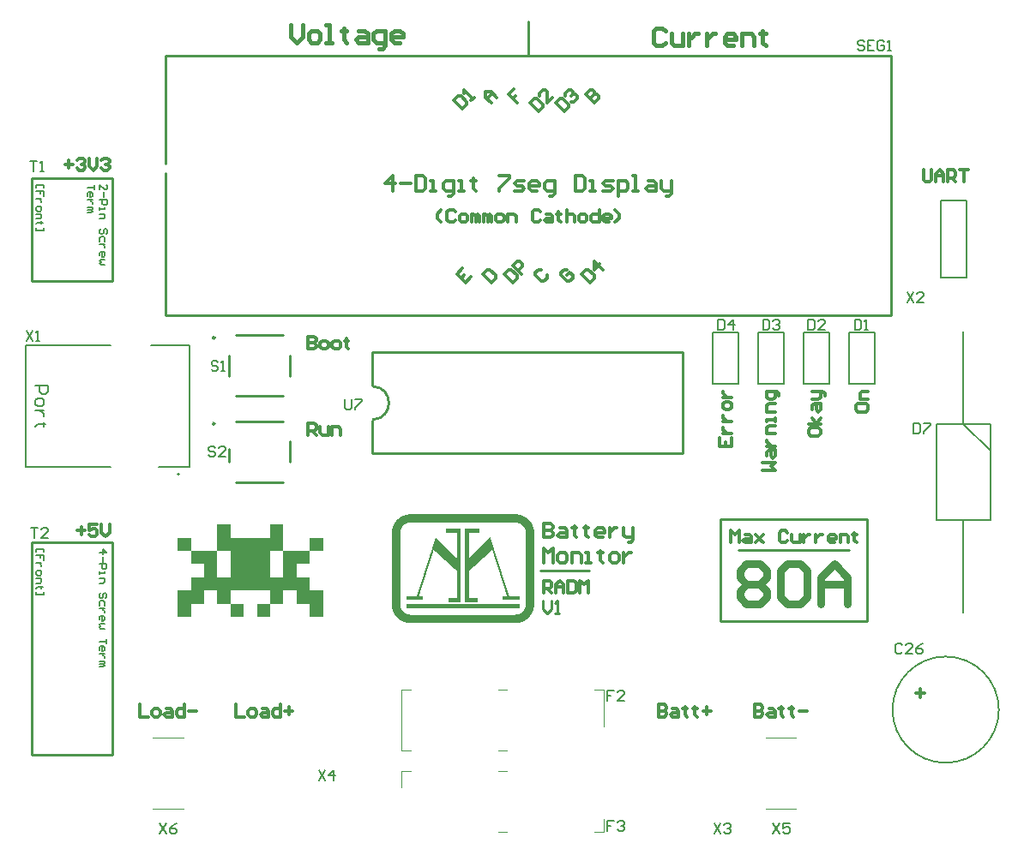
<source format=gbr>
%TF.GenerationSoftware,Altium Limited,Altium Designer,25.2.1 (25)*%
G04 Layer_Color=65535*
%FSLAX43Y43*%
%MOMM*%
%TF.SameCoordinates,14BE83A4-B3EB-4770-8DB1-726BE69DDD70*%
%TF.FilePolarity,Positive*%
%TF.FileFunction,Legend,Top*%
%TF.Part,Single*%
G01*
G75*
%TA.AperFunction,NonConductor*%
%ADD67C,0.254*%
%ADD68C,0.200*%
%ADD69C,0.100*%
%ADD70C,0.150*%
%ADD71C,0.300*%
%ADD72C,0.800*%
%ADD73C,0.400*%
G36*
X25868Y29695D02*
X28477D01*
Y28392D01*
X28475D01*
Y28390D01*
X27172D01*
Y27086D01*
X28475D01*
Y27084D01*
X28477D01*
Y25781D01*
X29781D01*
Y23172D01*
X28477D01*
Y24476D01*
X27174D01*
Y24478D01*
X27172D01*
Y25781D01*
X25868D01*
Y24478D01*
X25866D01*
Y24476D01*
X24563D01*
Y25781D01*
X20649D01*
Y24476D01*
X21952D01*
Y24475D01*
X21954D01*
Y23172D01*
X20649D01*
Y24476D01*
X19346D01*
Y24478D01*
X19344D01*
Y25781D01*
X18040D01*
Y24478D01*
X18038D01*
Y24476D01*
X16735D01*
Y23172D01*
X15431D01*
Y25781D01*
X16735D01*
Y27084D01*
X16737D01*
Y27086D01*
X18040D01*
Y28390D01*
X16737D01*
Y28392D01*
X16735D01*
Y29695D01*
X15431D01*
Y30632D01*
Y30634D01*
Y31000D01*
X16733D01*
Y30998D01*
X16735D01*
Y29695D01*
X19344D01*
Y27086D01*
X20649D01*
Y29695D01*
X19344D01*
Y32304D01*
X20649D01*
Y31000D01*
X24563D01*
Y32304D01*
X25868D01*
Y29695D01*
D02*
G37*
G36*
X29781D02*
X28477D01*
Y30095D01*
Y30097D01*
Y30998D01*
X28479D01*
Y31000D01*
X29781D01*
Y29695D01*
D02*
G37*
G36*
X24563Y24374D02*
Y24373D01*
Y23172D01*
X23258D01*
Y24475D01*
X23260D01*
Y24476D01*
X24563D01*
Y24374D01*
D02*
G37*
G36*
X48925Y33298D02*
X48984D01*
Y33292D01*
X49030D01*
Y33285D01*
X49083D01*
Y33279D01*
X49109D01*
Y33272D01*
X49155D01*
Y33266D01*
X49174D01*
Y33259D01*
X49207D01*
Y33252D01*
X49240D01*
Y33246D01*
X49253D01*
Y33239D01*
X49286D01*
Y33233D01*
X49299D01*
Y33226D01*
X49332D01*
Y33220D01*
X49352D01*
Y33213D01*
X49365D01*
Y33206D01*
X49391D01*
Y33200D01*
X49404D01*
Y33193D01*
X49430D01*
Y33187D01*
X49437D01*
Y33180D01*
X49457D01*
Y33174D01*
X49476D01*
Y33167D01*
X49483D01*
Y33160D01*
X49509D01*
Y33154D01*
X49516D01*
Y33147D01*
X49535D01*
Y33141D01*
X49549D01*
Y33134D01*
X49562D01*
Y33128D01*
X49575D01*
Y33121D01*
X49588D01*
Y33115D01*
X49608D01*
Y33108D01*
X49614D01*
Y33101D01*
X49627D01*
Y33095D01*
X49641D01*
Y33088D01*
X49654D01*
Y33082D01*
X49667D01*
Y33075D01*
X49673D01*
Y33069D01*
X49693D01*
Y33062D01*
X49700D01*
Y33055D01*
X49713D01*
Y33049D01*
X49726D01*
Y33042D01*
X49732D01*
Y33036D01*
X49746D01*
Y33029D01*
X49752D01*
Y33023D01*
X49765D01*
Y33016D01*
X49778D01*
Y33010D01*
X49785D01*
Y33003D01*
X49798D01*
Y32996D01*
X49805D01*
Y32990D01*
X49818D01*
Y32983D01*
X49824D01*
Y32977D01*
X49831D01*
Y32970D01*
X49844D01*
Y32964D01*
X49851D01*
Y32957D01*
X49864D01*
Y32950D01*
X49870D01*
Y32944D01*
X49877D01*
Y32937D01*
X49890D01*
Y32931D01*
X49897D01*
Y32924D01*
X49910D01*
Y32918D01*
X49916D01*
Y32911D01*
X49923D01*
Y32904D01*
X49929D01*
Y32898D01*
X49936D01*
Y32891D01*
X49949D01*
Y32885D01*
X49956D01*
Y32878D01*
X49962D01*
Y32872D01*
X49969D01*
Y32865D01*
X49975D01*
Y32859D01*
X49988D01*
Y32852D01*
X49995D01*
Y32845D01*
X50002D01*
Y32839D01*
X50008D01*
Y32832D01*
X50015D01*
Y32826D01*
X50021D01*
Y32819D01*
X50028D01*
Y32813D01*
X50034D01*
Y32806D01*
X50041D01*
Y32799D01*
X50054D01*
Y32786D01*
X50067D01*
Y32780D01*
X50074D01*
Y32773D01*
X50080D01*
Y32767D01*
X50087D01*
Y32753D01*
X50100D01*
Y32747D01*
X50107D01*
Y32734D01*
X50120D01*
Y32721D01*
X50133D01*
Y32708D01*
X50139D01*
Y32701D01*
X50146D01*
Y32694D01*
X50153D01*
Y32688D01*
X50159D01*
Y32681D01*
X50166D01*
Y32675D01*
X50172D01*
Y32668D01*
X50179D01*
Y32655D01*
X50185D01*
Y32648D01*
X50192D01*
Y32642D01*
X50199D01*
Y32635D01*
X50205D01*
Y32629D01*
X50212D01*
Y32616D01*
X50218D01*
Y32609D01*
X50225D01*
Y32603D01*
X50231D01*
Y32596D01*
X50238D01*
Y32589D01*
X50244D01*
Y32576D01*
X50251D01*
Y32570D01*
X50258D01*
Y32557D01*
X50264D01*
Y32550D01*
X50271D01*
Y32543D01*
X50277D01*
Y32530D01*
X50284D01*
Y32524D01*
X50290D01*
Y32511D01*
X50297D01*
Y32504D01*
X50304D01*
Y32497D01*
X50310D01*
Y32484D01*
X50317D01*
Y32478D01*
X50323D01*
Y32465D01*
X50330D01*
Y32458D01*
X50336D01*
Y32445D01*
X50343D01*
Y32432D01*
X50349D01*
Y32425D01*
X50356D01*
Y32412D01*
X50363D01*
Y32406D01*
X50369D01*
Y32386D01*
X50376D01*
Y32379D01*
X50382D01*
Y32366D01*
X50389D01*
Y32353D01*
X50395D01*
Y32346D01*
X50402D01*
Y32333D01*
X50409D01*
Y32320D01*
X50415D01*
Y32307D01*
X50422D01*
Y32294D01*
X50428D01*
Y32281D01*
X50435D01*
Y32268D01*
X50441D01*
Y32261D01*
X50448D01*
Y32241D01*
X50455D01*
Y32228D01*
X50461D01*
Y32215D01*
X50468D01*
Y32196D01*
X50474D01*
Y32189D01*
X50481D01*
Y32163D01*
X50487D01*
Y32156D01*
X50494D01*
Y32136D01*
X50500D01*
Y32117D01*
X50507D01*
Y32104D01*
X50514D01*
Y32084D01*
X50520D01*
Y32071D01*
X50527D01*
Y32045D01*
X50533D01*
Y32025D01*
X50540D01*
Y32012D01*
X50546D01*
Y31979D01*
X50553D01*
Y31966D01*
X50560D01*
Y31933D01*
X50566D01*
Y31920D01*
X50573D01*
Y31887D01*
X50579D01*
Y31854D01*
X50586D01*
Y31834D01*
X50592D01*
Y31789D01*
X50599D01*
Y31762D01*
X50606D01*
Y31710D01*
X50612D01*
Y31664D01*
X50619D01*
Y31605D01*
X50625D01*
Y24259D01*
X50619D01*
Y24200D01*
X50612D01*
Y24154D01*
X50606D01*
Y24101D01*
X50599D01*
Y24075D01*
X50592D01*
Y24029D01*
X50586D01*
Y24010D01*
X50579D01*
Y23977D01*
X50573D01*
Y23950D01*
X50566D01*
Y23931D01*
X50560D01*
Y23898D01*
X50553D01*
Y23885D01*
X50546D01*
Y23859D01*
X50540D01*
Y23839D01*
X50533D01*
Y23819D01*
X50527D01*
Y23799D01*
X50520D01*
Y23786D01*
X50514D01*
Y23760D01*
X50507D01*
Y23747D01*
X50500D01*
Y23727D01*
X50494D01*
Y23708D01*
X50487D01*
Y23701D01*
X50481D01*
Y23675D01*
X50474D01*
Y23668D01*
X50468D01*
Y23649D01*
X50461D01*
Y23635D01*
X50455D01*
Y23622D01*
X50448D01*
Y23609D01*
X50441D01*
Y23596D01*
X50435D01*
Y23583D01*
X50428D01*
Y23570D01*
X50422D01*
Y23557D01*
X50415D01*
Y23543D01*
X50409D01*
Y23530D01*
X50402D01*
Y23517D01*
X50395D01*
Y23511D01*
X50389D01*
Y23498D01*
X50382D01*
Y23484D01*
X50376D01*
Y23478D01*
X50369D01*
Y23458D01*
X50363D01*
Y23452D01*
X50356D01*
Y23438D01*
X50349D01*
Y23432D01*
X50343D01*
Y23419D01*
X50336D01*
Y23412D01*
X50330D01*
Y23399D01*
X50323D01*
Y23386D01*
X50317D01*
Y23379D01*
X50310D01*
Y23366D01*
X50304D01*
Y23360D01*
X50297D01*
Y23353D01*
X50290D01*
Y23340D01*
X50284D01*
Y23333D01*
X50277D01*
Y23320D01*
X50271D01*
Y23314D01*
X50264D01*
Y23307D01*
X50258D01*
Y23294D01*
X50251D01*
Y23287D01*
X50244D01*
Y23274D01*
X50238D01*
Y23268D01*
X50231D01*
Y23261D01*
X50225D01*
Y23255D01*
X50218D01*
Y23248D01*
X50212D01*
Y23235D01*
X50205D01*
Y23228D01*
X50199D01*
Y23222D01*
X50192D01*
Y23215D01*
X50185D01*
Y23209D01*
X50179D01*
Y23196D01*
X50172D01*
Y23189D01*
X50166D01*
Y23182D01*
X50159D01*
Y23176D01*
X50153D01*
Y23169D01*
X50146D01*
Y23163D01*
X50139D01*
Y23156D01*
X50133D01*
Y23143D01*
X50120D01*
Y23130D01*
X50107D01*
Y23117D01*
X50100D01*
Y23110D01*
X50087D01*
Y23097D01*
X50080D01*
Y23091D01*
X50074D01*
Y23084D01*
X50067D01*
Y23077D01*
X50054D01*
Y23064D01*
X50041D01*
Y23058D01*
X50034D01*
Y23051D01*
X50028D01*
Y23045D01*
X50021D01*
Y23038D01*
X50015D01*
Y23031D01*
X50008D01*
Y23025D01*
X50002D01*
Y23018D01*
X49995D01*
Y23012D01*
X49988D01*
Y23005D01*
X49975D01*
Y22999D01*
X49969D01*
Y22992D01*
X49962D01*
Y22986D01*
X49956D01*
Y22979D01*
X49949D01*
Y22972D01*
X49936D01*
Y22966D01*
X49929D01*
Y22959D01*
X49923D01*
Y22953D01*
X49916D01*
Y22946D01*
X49910D01*
Y22940D01*
X49897D01*
Y22933D01*
X49890D01*
Y22926D01*
X49877D01*
Y22920D01*
X49870D01*
Y22913D01*
X49864D01*
Y22907D01*
X49851D01*
Y22900D01*
X49844D01*
Y22894D01*
X49831D01*
Y22887D01*
X49824D01*
Y22880D01*
X49818D01*
Y22874D01*
X49805D01*
Y22867D01*
X49798D01*
Y22861D01*
X49785D01*
Y22854D01*
X49778D01*
Y22848D01*
X49765D01*
Y22841D01*
X49752D01*
Y22835D01*
X49746D01*
Y22828D01*
X49732D01*
Y22821D01*
X49726D01*
Y22815D01*
X49713D01*
Y22808D01*
X49700D01*
Y22802D01*
X49693D01*
Y22795D01*
X49673D01*
Y22789D01*
X49667D01*
Y22782D01*
X49654D01*
Y22775D01*
X49641D01*
Y22769D01*
X49627D01*
Y22762D01*
X49614D01*
Y22756D01*
X49608D01*
Y22749D01*
X49588D01*
Y22743D01*
X49575D01*
Y22736D01*
X49562D01*
Y22729D01*
X49549D01*
Y22723D01*
X49535D01*
Y22716D01*
X49516D01*
Y22710D01*
X49509D01*
Y22703D01*
X49483D01*
Y22697D01*
X49476D01*
Y22690D01*
X49457D01*
Y22684D01*
X49437D01*
Y22677D01*
X49424D01*
Y22670D01*
X49398D01*
Y22664D01*
X49385D01*
Y22657D01*
X49365D01*
Y22651D01*
X49345D01*
Y22644D01*
X49332D01*
Y22638D01*
X49306D01*
Y22631D01*
X49286D01*
Y22624D01*
X49253D01*
Y22618D01*
X49234D01*
Y22611D01*
X49207D01*
Y22605D01*
X49174D01*
Y22598D01*
X49155D01*
Y22592D01*
X49109D01*
Y22585D01*
X49083D01*
Y22579D01*
X49030D01*
Y22572D01*
X48984D01*
Y22565D01*
X48925D01*
Y22559D01*
X38271D01*
Y22565D01*
X38212D01*
Y22572D01*
X38166D01*
Y22579D01*
X38113D01*
Y22585D01*
X38087D01*
Y22592D01*
X38041D01*
Y22598D01*
X38021D01*
Y22605D01*
X37989D01*
Y22611D01*
X37962D01*
Y22618D01*
X37943D01*
Y22624D01*
X37910D01*
Y22631D01*
X37897D01*
Y22638D01*
X37864D01*
Y22644D01*
X37851D01*
Y22651D01*
X37831D01*
Y22657D01*
X37811D01*
Y22664D01*
X37798D01*
Y22670D01*
X37772D01*
Y22677D01*
X37759D01*
Y22684D01*
X37739D01*
Y22690D01*
X37719D01*
Y22697D01*
X37713D01*
Y22703D01*
X37693D01*
Y22710D01*
X37680D01*
Y22716D01*
X37660D01*
Y22723D01*
X37647D01*
Y22729D01*
X37634D01*
Y22736D01*
X37621D01*
Y22743D01*
X37608D01*
Y22749D01*
X37595D01*
Y22756D01*
X37582D01*
Y22762D01*
X37568D01*
Y22769D01*
X37555D01*
Y22775D01*
X37542D01*
Y22782D01*
X37529D01*
Y22789D01*
X37522D01*
Y22795D01*
X37509D01*
Y22802D01*
X37496D01*
Y22808D01*
X37490D01*
Y22815D01*
X37470D01*
Y22821D01*
X37463D01*
Y22828D01*
X37450D01*
Y22835D01*
X37444D01*
Y22841D01*
X37431D01*
Y22848D01*
X37424D01*
Y22854D01*
X37411D01*
Y22861D01*
X37398D01*
Y22867D01*
X37391D01*
Y22874D01*
X37378D01*
Y22880D01*
X37371D01*
Y22887D01*
X37365D01*
Y22894D01*
X37352D01*
Y22900D01*
X37345D01*
Y22907D01*
X37332D01*
Y22913D01*
X37326D01*
Y22920D01*
X37319D01*
Y22926D01*
X37306D01*
Y22933D01*
X37299D01*
Y22940D01*
X37293D01*
Y22946D01*
X37280D01*
Y22953D01*
X37273D01*
Y22959D01*
X37266D01*
Y22966D01*
X37260D01*
Y22972D01*
X37247D01*
Y22979D01*
X37240D01*
Y22986D01*
X37234D01*
Y22992D01*
X37227D01*
Y22999D01*
X37220D01*
Y23005D01*
X37207D01*
Y23012D01*
X37201D01*
Y23018D01*
X37194D01*
Y23025D01*
X37188D01*
Y23031D01*
X37181D01*
Y23038D01*
X37175D01*
Y23045D01*
X37168D01*
Y23051D01*
X37161D01*
Y23058D01*
X37155D01*
Y23064D01*
X37142D01*
Y23077D01*
X37129D01*
Y23084D01*
X37122D01*
Y23091D01*
X37115D01*
Y23097D01*
X37109D01*
Y23110D01*
X37096D01*
Y23123D01*
X37089D01*
Y23130D01*
X37076D01*
Y23143D01*
X37069D01*
Y23150D01*
X37063D01*
Y23156D01*
X37056D01*
Y23163D01*
X37050D01*
Y23169D01*
X37043D01*
Y23176D01*
X37037D01*
Y23182D01*
X37030D01*
Y23189D01*
X37024D01*
Y23196D01*
X37017D01*
Y23209D01*
X37010D01*
Y23215D01*
X37004D01*
Y23222D01*
X36997D01*
Y23228D01*
X36991D01*
Y23235D01*
X36984D01*
Y23248D01*
X36978D01*
Y23255D01*
X36971D01*
Y23261D01*
X36964D01*
Y23268D01*
X36958D01*
Y23281D01*
X36951D01*
Y23287D01*
X36945D01*
Y23294D01*
X36938D01*
Y23307D01*
X36932D01*
Y23314D01*
X36925D01*
Y23320D01*
X36919D01*
Y23333D01*
X36912D01*
Y23340D01*
X36905D01*
Y23353D01*
X36899D01*
Y23360D01*
X36892D01*
Y23366D01*
X36886D01*
Y23379D01*
X36879D01*
Y23386D01*
X36873D01*
Y23399D01*
X36866D01*
Y23406D01*
X36859D01*
Y23419D01*
X36853D01*
Y23432D01*
X36846D01*
Y23438D01*
X36840D01*
Y23452D01*
X36833D01*
Y23458D01*
X36827D01*
Y23471D01*
X36820D01*
Y23484D01*
X36813D01*
Y23498D01*
X36807D01*
Y23511D01*
X36800D01*
Y23517D01*
X36794D01*
Y23530D01*
X36787D01*
Y23543D01*
X36781D01*
Y23557D01*
X36774D01*
Y23570D01*
X36768D01*
Y23583D01*
X36761D01*
Y23596D01*
X36754D01*
Y23603D01*
X36748D01*
Y23622D01*
X36741D01*
Y23635D01*
X36735D01*
Y23649D01*
X36728D01*
Y23668D01*
X36722D01*
Y23675D01*
X36715D01*
Y23701D01*
X36708D01*
Y23708D01*
X36702D01*
Y23727D01*
X36695D01*
Y23747D01*
X36689D01*
Y23760D01*
X36682D01*
Y23780D01*
X36676D01*
Y23793D01*
X36669D01*
Y23819D01*
X36662D01*
Y23839D01*
X36656D01*
Y23852D01*
X36649D01*
Y23885D01*
X36643D01*
Y23898D01*
X36636D01*
Y23931D01*
X36630D01*
Y23944D01*
X36623D01*
Y23977D01*
X36617D01*
Y24010D01*
X36610D01*
Y24029D01*
X36603D01*
Y24075D01*
X36597D01*
Y24101D01*
X36590D01*
Y24154D01*
X36584D01*
Y24200D01*
X36577D01*
Y24259D01*
X36571D01*
Y31605D01*
X36577D01*
Y31664D01*
X36584D01*
Y31710D01*
X36590D01*
Y31762D01*
X36597D01*
Y31789D01*
X36603D01*
Y31834D01*
X36610D01*
Y31854D01*
X36617D01*
Y31887D01*
X36623D01*
Y31920D01*
X36630D01*
Y31933D01*
X36636D01*
Y31966D01*
X36643D01*
Y31979D01*
X36649D01*
Y32012D01*
X36656D01*
Y32025D01*
X36662D01*
Y32045D01*
X36669D01*
Y32071D01*
X36676D01*
Y32084D01*
X36682D01*
Y32104D01*
X36689D01*
Y32117D01*
X36695D01*
Y32136D01*
X36702D01*
Y32156D01*
X36708D01*
Y32163D01*
X36715D01*
Y32189D01*
X36722D01*
Y32196D01*
X36728D01*
Y32215D01*
X36735D01*
Y32228D01*
X36741D01*
Y32241D01*
X36748D01*
Y32261D01*
X36754D01*
Y32268D01*
X36761D01*
Y32287D01*
X36768D01*
Y32294D01*
X36774D01*
Y32307D01*
X36781D01*
Y32320D01*
X36787D01*
Y32333D01*
X36794D01*
Y32346D01*
X36800D01*
Y32353D01*
X36807D01*
Y32366D01*
X36813D01*
Y32379D01*
X36820D01*
Y32392D01*
X36827D01*
Y32406D01*
X36833D01*
Y32412D01*
X36840D01*
Y32425D01*
X36846D01*
Y32432D01*
X36853D01*
Y32445D01*
X36859D01*
Y32458D01*
X36866D01*
Y32465D01*
X36873D01*
Y32478D01*
X36879D01*
Y32484D01*
X36886D01*
Y32497D01*
X36892D01*
Y32504D01*
X36899D01*
Y32511D01*
X36905D01*
Y32524D01*
X36912D01*
Y32530D01*
X36919D01*
Y32543D01*
X36925D01*
Y32550D01*
X36932D01*
Y32557D01*
X36938D01*
Y32570D01*
X36945D01*
Y32576D01*
X36951D01*
Y32583D01*
X36958D01*
Y32596D01*
X36964D01*
Y32603D01*
X36971D01*
Y32609D01*
X36978D01*
Y32616D01*
X36984D01*
Y32629D01*
X36991D01*
Y32635D01*
X36997D01*
Y32642D01*
X37004D01*
Y32648D01*
X37010D01*
Y32655D01*
X37017D01*
Y32668D01*
X37024D01*
Y32675D01*
X37030D01*
Y32681D01*
X37037D01*
Y32688D01*
X37043D01*
Y32694D01*
X37050D01*
Y32701D01*
X37056D01*
Y32708D01*
X37063D01*
Y32714D01*
X37069D01*
Y32721D01*
X37076D01*
Y32734D01*
X37089D01*
Y32740D01*
X37096D01*
Y32753D01*
X37109D01*
Y32767D01*
X37122D01*
Y32780D01*
X37129D01*
Y32786D01*
X37142D01*
Y32799D01*
X37155D01*
Y32806D01*
X37161D01*
Y32813D01*
X37168D01*
Y32819D01*
X37175D01*
Y32826D01*
X37181D01*
Y32832D01*
X37188D01*
Y32839D01*
X37194D01*
Y32845D01*
X37201D01*
Y32852D01*
X37207D01*
Y32859D01*
X37220D01*
Y32865D01*
X37227D01*
Y32872D01*
X37234D01*
Y32878D01*
X37240D01*
Y32885D01*
X37247D01*
Y32891D01*
X37260D01*
Y32898D01*
X37266D01*
Y32904D01*
X37273D01*
Y32911D01*
X37280D01*
Y32918D01*
X37286D01*
Y32924D01*
X37299D01*
Y32931D01*
X37306D01*
Y32937D01*
X37319D01*
Y32944D01*
X37326D01*
Y32950D01*
X37332D01*
Y32957D01*
X37345D01*
Y32964D01*
X37352D01*
Y32970D01*
X37365D01*
Y32977D01*
X37371D01*
Y32983D01*
X37378D01*
Y32990D01*
X37391D01*
Y32996D01*
X37398D01*
Y33003D01*
X37411D01*
Y33010D01*
X37424D01*
Y33016D01*
X37431D01*
Y33023D01*
X37444D01*
Y33029D01*
X37450D01*
Y33036D01*
X37463D01*
Y33042D01*
X37470D01*
Y33049D01*
X37483D01*
Y33055D01*
X37496D01*
Y33062D01*
X37509D01*
Y33069D01*
X37522D01*
Y33075D01*
X37529D01*
Y33082D01*
X37542D01*
Y33088D01*
X37555D01*
Y33095D01*
X37568D01*
Y33101D01*
X37582D01*
Y33108D01*
X37595D01*
Y33115D01*
X37608D01*
Y33121D01*
X37614D01*
Y33128D01*
X37634D01*
Y33134D01*
X37647D01*
Y33141D01*
X37660D01*
Y33147D01*
X37680D01*
Y33154D01*
X37693D01*
Y33160D01*
X37713D01*
Y33167D01*
X37719D01*
Y33174D01*
X37739D01*
Y33180D01*
X37759D01*
Y33187D01*
X37772D01*
Y33193D01*
X37792D01*
Y33200D01*
X37805D01*
Y33206D01*
X37831D01*
Y33213D01*
X37851D01*
Y33220D01*
X37864D01*
Y33226D01*
X37897D01*
Y33233D01*
X37910D01*
Y33239D01*
X37943D01*
Y33246D01*
X37956D01*
Y33252D01*
X37989D01*
Y33259D01*
X38021D01*
Y33266D01*
X38041D01*
Y33272D01*
X38087D01*
Y33279D01*
X38120D01*
Y33285D01*
X38166D01*
Y33292D01*
X38212D01*
Y33298D01*
X38271D01*
Y33305D01*
X48925D01*
Y33298D01*
D02*
G37*
%LPC*%
G36*
X25868Y29695D02*
X24563D01*
Y27086D01*
X25868D01*
Y29695D01*
D02*
G37*
G36*
X48813Y32484D02*
X38382D01*
Y32478D01*
X38317D01*
Y32471D01*
X38258D01*
Y32465D01*
X38225D01*
Y32458D01*
X38199D01*
Y32452D01*
X38159D01*
Y32445D01*
X38146D01*
Y32438D01*
X38120D01*
Y32432D01*
X38100D01*
Y32425D01*
X38080D01*
Y32419D01*
X38061D01*
Y32412D01*
X38048D01*
Y32406D01*
X38028D01*
Y32399D01*
X38015D01*
Y32392D01*
X38002D01*
Y32386D01*
X37982D01*
Y32379D01*
X37975D01*
Y32373D01*
X37956D01*
Y32366D01*
X37949D01*
Y32360D01*
X37929D01*
Y32353D01*
X37923D01*
Y32346D01*
X37910D01*
Y32340D01*
X37897D01*
Y32333D01*
X37890D01*
Y32327D01*
X37877D01*
Y32320D01*
X37870D01*
Y32314D01*
X37857D01*
Y32307D01*
X37844D01*
Y32301D01*
X37838D01*
Y32294D01*
X37831D01*
Y32287D01*
X37818D01*
Y32281D01*
X37811D01*
Y32274D01*
X37805D01*
Y32268D01*
X37792D01*
Y32261D01*
X37785D01*
Y32255D01*
X37778D01*
Y32248D01*
X37765D01*
Y32241D01*
X37759D01*
Y32235D01*
X37752D01*
Y32228D01*
X37746D01*
Y32222D01*
X37739D01*
Y32215D01*
X37733D01*
Y32209D01*
X37726D01*
Y32202D01*
X37719D01*
Y32196D01*
X37706D01*
Y32182D01*
X37693D01*
Y32169D01*
X37680D01*
Y32156D01*
X37673D01*
Y32150D01*
X37667D01*
Y32143D01*
X37660D01*
Y32136D01*
X37654D01*
Y32130D01*
X37647D01*
Y32123D01*
X37641D01*
Y32117D01*
X37634D01*
Y32110D01*
X37627D01*
Y32097D01*
X37621D01*
Y32090D01*
X37614D01*
Y32084D01*
X37608D01*
Y32077D01*
X37601D01*
Y32064D01*
X37595D01*
Y32058D01*
X37588D01*
Y32051D01*
X37582D01*
Y32038D01*
X37575D01*
Y32031D01*
X37568D01*
Y32018D01*
X37562D01*
Y32005D01*
X37555D01*
Y31999D01*
X37549D01*
Y31985D01*
X37542D01*
Y31979D01*
X37536D01*
Y31966D01*
X37529D01*
Y31953D01*
X37522D01*
Y31946D01*
X37516D01*
Y31926D01*
X37509D01*
Y31920D01*
X37503D01*
Y31900D01*
X37496D01*
Y31894D01*
X37490D01*
Y31874D01*
X37483D01*
Y31861D01*
X37477D01*
Y31848D01*
X37470D01*
Y31828D01*
X37463D01*
Y31815D01*
X37457D01*
Y31795D01*
X37450D01*
Y31775D01*
X37444D01*
Y31756D01*
X37437D01*
Y31729D01*
X37431D01*
Y31716D01*
X37424D01*
Y31677D01*
X37417D01*
Y31651D01*
X37411D01*
Y31611D01*
X37404D01*
Y31559D01*
X37398D01*
Y31493D01*
X37391D01*
Y24371D01*
X37398D01*
Y24305D01*
X37404D01*
Y24252D01*
X37411D01*
Y24213D01*
X37417D01*
Y24187D01*
X37424D01*
Y24147D01*
X37431D01*
Y24134D01*
X37437D01*
Y24108D01*
X37444D01*
Y24088D01*
X37450D01*
Y24075D01*
X37457D01*
Y24049D01*
X37463D01*
Y24036D01*
X37470D01*
Y24016D01*
X37477D01*
Y24003D01*
X37483D01*
Y23990D01*
X37490D01*
Y23970D01*
X37496D01*
Y23964D01*
X37503D01*
Y23944D01*
X37509D01*
Y23937D01*
X37516D01*
Y23918D01*
X37522D01*
Y23911D01*
X37529D01*
Y23898D01*
X37536D01*
Y23885D01*
X37542D01*
Y23878D01*
X37549D01*
Y23865D01*
X37555D01*
Y23859D01*
X37562D01*
Y23845D01*
X37568D01*
Y23832D01*
X37575D01*
Y23826D01*
X37582D01*
Y23813D01*
X37588D01*
Y23806D01*
X37595D01*
Y23799D01*
X37601D01*
Y23793D01*
X37608D01*
Y23780D01*
X37614D01*
Y23773D01*
X37621D01*
Y23767D01*
X37627D01*
Y23754D01*
X37634D01*
Y23747D01*
X37641D01*
Y23740D01*
X37647D01*
Y23734D01*
X37654D01*
Y23727D01*
X37660D01*
Y23721D01*
X37667D01*
Y23714D01*
X37673D01*
Y23708D01*
X37680D01*
Y23694D01*
X37693D01*
Y23681D01*
X37706D01*
Y23668D01*
X37719D01*
Y23662D01*
X37726D01*
Y23655D01*
X37733D01*
Y23649D01*
X37739D01*
Y23642D01*
X37746D01*
Y23635D01*
X37752D01*
Y23629D01*
X37759D01*
Y23622D01*
X37765D01*
Y23616D01*
X37778D01*
Y23609D01*
X37785D01*
Y23603D01*
X37792D01*
Y23596D01*
X37805D01*
Y23589D01*
X37811D01*
Y23583D01*
X37818D01*
Y23576D01*
X37831D01*
Y23570D01*
X37838D01*
Y23563D01*
X37844D01*
Y23557D01*
X37857D01*
Y23550D01*
X37870D01*
Y23543D01*
X37877D01*
Y23537D01*
X37890D01*
Y23530D01*
X37897D01*
Y23524D01*
X37910D01*
Y23517D01*
X37923D01*
Y23511D01*
X37929D01*
Y23504D01*
X37949D01*
Y23498D01*
X37956D01*
Y23491D01*
X37975D01*
Y23484D01*
X37982D01*
Y23478D01*
X38002D01*
Y23471D01*
X38015D01*
Y23465D01*
X38028D01*
Y23458D01*
X38048D01*
Y23452D01*
X38061D01*
Y23445D01*
X38087D01*
Y23438D01*
X38100D01*
Y23432D01*
X38120D01*
Y23425D01*
X38146D01*
Y23419D01*
X38166D01*
Y23412D01*
X38199D01*
Y23406D01*
X38225D01*
Y23399D01*
X38258D01*
Y23392D01*
X38317D01*
Y23386D01*
X38382D01*
Y23379D01*
X48813D01*
Y23386D01*
X48879D01*
Y23392D01*
X48938D01*
Y23399D01*
X48971D01*
Y23406D01*
X48997D01*
Y23412D01*
X49030D01*
Y23419D01*
X49050D01*
Y23425D01*
X49076D01*
Y23432D01*
X49096D01*
Y23438D01*
X49109D01*
Y23445D01*
X49135D01*
Y23452D01*
X49148D01*
Y23458D01*
X49168D01*
Y23465D01*
X49181D01*
Y23471D01*
X49194D01*
Y23478D01*
X49214D01*
Y23484D01*
X49220D01*
Y23491D01*
X49240D01*
Y23498D01*
X49247D01*
Y23504D01*
X49266D01*
Y23511D01*
X49273D01*
Y23517D01*
X49286D01*
Y23524D01*
X49299D01*
Y23530D01*
X49306D01*
Y23537D01*
X49319D01*
Y23543D01*
X49325D01*
Y23550D01*
X49339D01*
Y23557D01*
X49352D01*
Y23563D01*
X49358D01*
Y23570D01*
X49371D01*
Y23576D01*
X49378D01*
Y23583D01*
X49385D01*
Y23589D01*
X49391D01*
Y23596D01*
X49404D01*
Y23603D01*
X49411D01*
Y23609D01*
X49417D01*
Y23616D01*
X49430D01*
Y23622D01*
X49437D01*
Y23629D01*
X49444D01*
Y23635D01*
X49450D01*
Y23642D01*
X49457D01*
Y23649D01*
X49463D01*
Y23655D01*
X49470D01*
Y23662D01*
X49483D01*
Y23668D01*
X49490D01*
Y23681D01*
X49503D01*
Y23694D01*
X49516D01*
Y23708D01*
X49522D01*
Y23714D01*
X49529D01*
Y23721D01*
X49535D01*
Y23727D01*
X49542D01*
Y23734D01*
X49549D01*
Y23740D01*
X49555D01*
Y23747D01*
X49562D01*
Y23754D01*
X49568D01*
Y23767D01*
X49575D01*
Y23773D01*
X49581D01*
Y23780D01*
X49588D01*
Y23793D01*
X49595D01*
Y23799D01*
X49601D01*
Y23806D01*
X49608D01*
Y23819D01*
X49614D01*
Y23826D01*
X49621D01*
Y23832D01*
X49627D01*
Y23845D01*
X49634D01*
Y23859D01*
X49641D01*
Y23865D01*
X49647D01*
Y23878D01*
X49654D01*
Y23885D01*
X49660D01*
Y23898D01*
X49667D01*
Y23911D01*
X49673D01*
Y23918D01*
X49680D01*
Y23937D01*
X49686D01*
Y23944D01*
X49693D01*
Y23964D01*
X49700D01*
Y23970D01*
X49706D01*
Y23990D01*
X49713D01*
Y24003D01*
X49719D01*
Y24016D01*
X49726D01*
Y24036D01*
X49732D01*
Y24049D01*
X49739D01*
Y24075D01*
X49746D01*
Y24088D01*
X49752D01*
Y24108D01*
X49759D01*
Y24134D01*
X49765D01*
Y24154D01*
X49772D01*
Y24187D01*
X49778D01*
Y24213D01*
X49785D01*
Y24252D01*
X49792D01*
Y24305D01*
X49798D01*
Y24371D01*
X49805D01*
Y31493D01*
X49798D01*
Y31559D01*
X49792D01*
Y31611D01*
X49785D01*
Y31651D01*
X49778D01*
Y31677D01*
X49772D01*
Y31710D01*
X49765D01*
Y31729D01*
X49759D01*
Y31756D01*
X49752D01*
Y31775D01*
X49746D01*
Y31789D01*
X49739D01*
Y31815D01*
X49732D01*
Y31828D01*
X49726D01*
Y31848D01*
X49719D01*
Y31861D01*
X49713D01*
Y31874D01*
X49706D01*
Y31894D01*
X49700D01*
Y31900D01*
X49693D01*
Y31920D01*
X49686D01*
Y31926D01*
X49680D01*
Y31946D01*
X49673D01*
Y31953D01*
X49667D01*
Y31966D01*
X49660D01*
Y31979D01*
X49654D01*
Y31985D01*
X49647D01*
Y31999D01*
X49641D01*
Y32005D01*
X49634D01*
Y32018D01*
X49627D01*
Y32031D01*
X49621D01*
Y32038D01*
X49614D01*
Y32051D01*
X49608D01*
Y32058D01*
X49601D01*
Y32064D01*
X49595D01*
Y32071D01*
X49588D01*
Y32084D01*
X49581D01*
Y32090D01*
X49575D01*
Y32097D01*
X49568D01*
Y32110D01*
X49562D01*
Y32117D01*
X49555D01*
Y32123D01*
X49549D01*
Y32130D01*
X49542D01*
Y32136D01*
X49535D01*
Y32143D01*
X49529D01*
Y32150D01*
X49522D01*
Y32163D01*
X49516D01*
Y32169D01*
X49503D01*
Y32182D01*
X49490D01*
Y32196D01*
X49483D01*
Y32202D01*
X49470D01*
Y32209D01*
X49463D01*
Y32215D01*
X49457D01*
Y32222D01*
X49450D01*
Y32228D01*
X49444D01*
Y32235D01*
X49437D01*
Y32241D01*
X49430D01*
Y32248D01*
X49417D01*
Y32255D01*
X49411D01*
Y32261D01*
X49404D01*
Y32268D01*
X49391D01*
Y32274D01*
X49385D01*
Y32281D01*
X49378D01*
Y32287D01*
X49371D01*
Y32294D01*
X49358D01*
Y32301D01*
X49352D01*
Y32307D01*
X49339D01*
Y32314D01*
X49325D01*
Y32320D01*
X49319D01*
Y32327D01*
X49306D01*
Y32333D01*
X49299D01*
Y32340D01*
X49286D01*
Y32346D01*
X49273D01*
Y32353D01*
X49266D01*
Y32360D01*
X49247D01*
Y32366D01*
X49240D01*
Y32373D01*
X49220D01*
Y32379D01*
X49214D01*
Y32386D01*
X49194D01*
Y32392D01*
X49181D01*
Y32399D01*
X49168D01*
Y32406D01*
X49148D01*
Y32412D01*
X49135D01*
Y32419D01*
X49115D01*
Y32425D01*
X49096D01*
Y32432D01*
X49076D01*
Y32438D01*
X49050D01*
Y32445D01*
X49037D01*
Y32452D01*
X48997D01*
Y32458D01*
X48971D01*
Y32465D01*
X48938D01*
Y32471D01*
X48879D01*
Y32478D01*
X48813D01*
Y32484D01*
D02*
G37*
%LPD*%
G36*
X43385Y31854D02*
X43391D01*
Y24627D01*
X43378D01*
Y24620D01*
X43371D01*
Y24627D01*
X42170D01*
Y24620D01*
X42164D01*
Y24627D01*
X42150D01*
Y25034D01*
X42971D01*
Y25040D01*
X42978D01*
Y27725D01*
X42971D01*
Y27732D01*
X42964D01*
Y27738D01*
X42958D01*
Y27745D01*
X42951D01*
Y27751D01*
X42945D01*
Y27758D01*
X42938D01*
Y27764D01*
X42932D01*
Y27771D01*
X42925D01*
Y27778D01*
X42918D01*
Y27784D01*
X42912D01*
Y27791D01*
X42905D01*
Y27797D01*
X42899D01*
Y27804D01*
X42886D01*
Y27810D01*
X42879D01*
Y27817D01*
X42873D01*
Y27824D01*
X42866D01*
Y27830D01*
X42859D01*
Y27837D01*
X42853D01*
Y27843D01*
X42846D01*
Y27850D01*
X42840D01*
Y27856D01*
X42827D01*
Y27863D01*
X42820D01*
Y27869D01*
X42813D01*
Y27876D01*
X42807D01*
Y27883D01*
X42800D01*
Y27889D01*
X42794D01*
Y27896D01*
X42787D01*
Y27902D01*
X42781D01*
Y27909D01*
X42774D01*
Y27915D01*
X42768D01*
Y27922D01*
X42761D01*
Y27929D01*
X42748D01*
Y27935D01*
X42741D01*
Y27942D01*
X42735D01*
Y27948D01*
X42728D01*
Y27955D01*
X42722D01*
Y27961D01*
X42715D01*
Y27968D01*
X42708D01*
Y27975D01*
X42702D01*
Y27981D01*
X42689D01*
Y27988D01*
X42682D01*
Y27994D01*
X42676D01*
Y28001D01*
X42669D01*
Y28007D01*
X42662D01*
Y28014D01*
X42656D01*
Y28020D01*
X42649D01*
Y28027D01*
X42643D01*
Y28034D01*
X42636D01*
Y28040D01*
X42630D01*
Y28047D01*
X42623D01*
Y28053D01*
X42617D01*
Y28060D01*
X42603D01*
Y28073D01*
X42590D01*
Y28080D01*
X42584D01*
Y28086D01*
X42577D01*
Y28093D01*
X42571D01*
Y28099D01*
X42564D01*
Y28106D01*
X42557D01*
Y28112D01*
X42551D01*
Y28119D01*
X42538D01*
Y28126D01*
X42531D01*
Y28132D01*
X42525D01*
Y28139D01*
X42518D01*
Y28145D01*
X42511D01*
Y28152D01*
X42505D01*
Y28158D01*
X42498D01*
Y28165D01*
X42492D01*
Y28171D01*
X42485D01*
Y28178D01*
X42479D01*
Y28185D01*
X42466D01*
Y28191D01*
X42459D01*
Y28198D01*
X42452D01*
Y28204D01*
X42446D01*
Y28211D01*
X42439D01*
Y28217D01*
X42433D01*
Y28224D01*
X42426D01*
Y28231D01*
X42420D01*
Y28237D01*
X42413D01*
Y28244D01*
X42406D01*
Y28250D01*
X42400D01*
Y28257D01*
X42393D01*
Y28263D01*
X42380D01*
Y28270D01*
X42374D01*
Y28277D01*
X42367D01*
Y28283D01*
X42361D01*
Y28290D01*
X42354D01*
Y28296D01*
X42347D01*
Y28303D01*
X42341D01*
Y28309D01*
X42328D01*
Y28316D01*
X42321D01*
Y28322D01*
X42315D01*
Y28329D01*
X42308D01*
Y28336D01*
X42301D01*
Y28342D01*
X42295D01*
Y28349D01*
X42288D01*
Y28355D01*
X42282D01*
Y28362D01*
X42275D01*
Y28368D01*
X42269D01*
Y28375D01*
X42262D01*
Y28382D01*
X42255D01*
Y28388D01*
X42242D01*
Y28395D01*
X42236D01*
Y28401D01*
X42229D01*
Y28408D01*
X42223D01*
Y28414D01*
X42216D01*
Y28421D01*
X42210D01*
Y28427D01*
X42203D01*
Y28434D01*
X42196D01*
Y28441D01*
X42190D01*
Y28447D01*
X42177D01*
Y28454D01*
X42170D01*
Y28460D01*
X42164D01*
Y28467D01*
X42157D01*
Y28473D01*
X42150D01*
Y28480D01*
X42144D01*
Y28487D01*
X42137D01*
Y28493D01*
X42131D01*
Y28500D01*
X42124D01*
Y28506D01*
X42118D01*
Y28513D01*
X42104D01*
Y28519D01*
X42098D01*
Y28526D01*
X42091D01*
Y28533D01*
X42085D01*
Y28539D01*
X42078D01*
Y28546D01*
X42072D01*
Y28552D01*
X42065D01*
Y28559D01*
X42059D01*
Y28565D01*
X42052D01*
Y28572D01*
X42045D01*
Y28578D01*
X42039D01*
Y28585D01*
X42032D01*
Y28592D01*
X42019D01*
Y28598D01*
X42013D01*
Y28605D01*
X42006D01*
Y28611D01*
X41999D01*
Y28618D01*
X41993D01*
Y28624D01*
X41986D01*
Y28631D01*
X41980D01*
Y28638D01*
X41973D01*
Y28644D01*
X41960D01*
Y28651D01*
X41953D01*
Y28657D01*
X41947D01*
Y28664D01*
X41940D01*
Y28670D01*
X41934D01*
Y28677D01*
X41927D01*
Y28684D01*
X41921D01*
Y28690D01*
X41914D01*
Y28697D01*
X41908D01*
Y28703D01*
X41901D01*
Y28710D01*
X41894D01*
Y28716D01*
X41881D01*
Y28723D01*
X41875D01*
Y28729D01*
X41868D01*
Y28736D01*
X41862D01*
Y28743D01*
X41855D01*
Y28749D01*
X41848D01*
Y28756D01*
X41842D01*
Y28762D01*
X41835D01*
Y28769D01*
X41822D01*
Y28775D01*
X41816D01*
Y28782D01*
X41809D01*
Y28789D01*
X41803D01*
Y28795D01*
X41796D01*
Y28802D01*
X41789D01*
Y28808D01*
X41783D01*
Y28815D01*
X41776D01*
Y28821D01*
X41770D01*
Y28828D01*
X41763D01*
Y28834D01*
X41757D01*
Y28841D01*
X41750D01*
Y28848D01*
X41737D01*
Y28861D01*
X41724D01*
Y28867D01*
X41717D01*
Y28874D01*
X41711D01*
Y28880D01*
X41704D01*
Y28887D01*
X41697D01*
Y28894D01*
X41691D01*
Y28900D01*
X41684D01*
Y28907D01*
X41671D01*
Y28913D01*
X41665D01*
Y28920D01*
X41658D01*
Y28926D01*
X41652D01*
Y28933D01*
X41645D01*
Y28940D01*
X41638D01*
Y28946D01*
X41632D01*
Y28953D01*
X41625D01*
Y28959D01*
X41619D01*
Y28966D01*
X41612D01*
Y28972D01*
X41599D01*
Y28979D01*
X41592D01*
Y28985D01*
X41586D01*
Y28992D01*
X41579D01*
Y28999D01*
X41573D01*
Y29005D01*
X41566D01*
Y29012D01*
X41560D01*
Y29018D01*
X41553D01*
Y29025D01*
X41547D01*
Y29031D01*
X41540D01*
Y29038D01*
X41533D01*
Y29045D01*
X41527D01*
Y29051D01*
X41514D01*
Y29058D01*
X41507D01*
Y29064D01*
X41501D01*
Y29071D01*
X41494D01*
Y29077D01*
X41487D01*
Y29084D01*
X41481D01*
Y29090D01*
X41474D01*
Y29097D01*
X41461D01*
Y29104D01*
X41455D01*
Y29110D01*
X41448D01*
Y29117D01*
X41441D01*
Y29123D01*
X41435D01*
Y29130D01*
X41428D01*
Y29136D01*
X41422D01*
Y29143D01*
X41415D01*
Y29150D01*
X41409D01*
Y29156D01*
X41402D01*
Y29163D01*
X41396D01*
Y29169D01*
X41389D01*
Y29176D01*
X41376D01*
Y29182D01*
X41369D01*
Y29189D01*
X41363D01*
Y29196D01*
X41356D01*
Y29202D01*
X41350D01*
Y29209D01*
X41343D01*
Y29215D01*
X41336D01*
Y29222D01*
X41330D01*
Y29228D01*
X41323D01*
Y29235D01*
X41310D01*
Y29241D01*
X41304D01*
Y29248D01*
X41297D01*
Y29255D01*
X41290D01*
Y29261D01*
X41284D01*
Y29268D01*
X41277D01*
Y29274D01*
X41271D01*
Y29281D01*
X41264D01*
Y29287D01*
X41258D01*
Y29294D01*
X41251D01*
Y29301D01*
X41238D01*
Y29307D01*
X41231D01*
Y29314D01*
X41225D01*
Y29320D01*
X41218D01*
Y29327D01*
X41212D01*
Y29333D01*
X41205D01*
Y29340D01*
X41199D01*
Y29347D01*
X41192D01*
Y29353D01*
X41185D01*
Y29360D01*
X41179D01*
Y29366D01*
X41172D01*
Y29373D01*
X41166D01*
Y29379D01*
X41153D01*
Y29386D01*
X41146D01*
Y29392D01*
X41139D01*
Y29399D01*
X41133D01*
Y29406D01*
X41126D01*
Y29412D01*
X41120D01*
Y29419D01*
X41113D01*
Y29425D01*
X41107D01*
Y29432D01*
X41094D01*
Y29438D01*
X41087D01*
Y29445D01*
X41080D01*
Y29452D01*
X41074D01*
Y29458D01*
X41067D01*
Y29465D01*
X41061D01*
Y29471D01*
X41054D01*
Y29478D01*
X41048D01*
Y29484D01*
X41041D01*
Y29491D01*
X41034D01*
Y29497D01*
X41028D01*
Y29504D01*
X41015D01*
Y29511D01*
X41008D01*
Y29517D01*
X41002D01*
Y29524D01*
X40995D01*
Y29530D01*
X40989D01*
Y29537D01*
X40982D01*
Y29543D01*
X40975D01*
Y29550D01*
X40969D01*
Y29557D01*
X40956D01*
Y29563D01*
X40949D01*
Y29570D01*
X40943D01*
Y29576D01*
X40936D01*
Y29583D01*
X40929D01*
Y29589D01*
X40923D01*
Y29596D01*
X40916D01*
Y29603D01*
X40910D01*
Y29609D01*
X40903D01*
Y29616D01*
X40897D01*
Y29622D01*
X40890D01*
Y29629D01*
X40883D01*
Y29635D01*
X40870D01*
Y29648D01*
X40857D01*
Y29655D01*
X40851D01*
Y29662D01*
X40844D01*
Y29668D01*
X40838D01*
Y29675D01*
X40831D01*
Y29681D01*
X40824D01*
Y29688D01*
X40818D01*
Y29694D01*
X40805D01*
Y29701D01*
X40798D01*
Y29708D01*
X40792D01*
Y29714D01*
X40785D01*
Y29721D01*
X40778D01*
Y29727D01*
X40772D01*
Y29734D01*
X40765D01*
Y29740D01*
X40759D01*
Y29747D01*
X40752D01*
Y29754D01*
X40746D01*
Y29760D01*
X40732D01*
Y29767D01*
X40726D01*
Y29773D01*
X40719D01*
Y29780D01*
X40713D01*
Y29786D01*
X40700D01*
Y29767D01*
X40693D01*
Y29754D01*
X40687D01*
Y29727D01*
X40680D01*
Y29708D01*
X40673D01*
Y29694D01*
X40667D01*
Y29668D01*
X40660D01*
Y29655D01*
X40654D01*
Y29622D01*
X40647D01*
Y29609D01*
X40641D01*
Y29589D01*
X40634D01*
Y29563D01*
X40627D01*
Y29550D01*
X40621D01*
Y29517D01*
X40614D01*
Y29504D01*
X40608D01*
Y29478D01*
X40601D01*
Y29465D01*
X40595D01*
Y29445D01*
X40588D01*
Y29419D01*
X40582D01*
Y29406D01*
X40575D01*
Y29379D01*
X40568D01*
Y29360D01*
X40562D01*
Y29340D01*
X40555D01*
Y29314D01*
X40549D01*
Y29301D01*
X40542D01*
Y29274D01*
X40536D01*
Y29261D01*
X40529D01*
Y29235D01*
X40522D01*
Y29215D01*
X40516D01*
Y29196D01*
X40509D01*
Y29169D01*
X40503D01*
Y29156D01*
X40496D01*
Y29130D01*
X40490D01*
Y29110D01*
X40483D01*
Y29090D01*
X40476D01*
Y29071D01*
X40470D01*
Y29051D01*
X40463D01*
Y29025D01*
X40457D01*
Y29012D01*
X40450D01*
Y28985D01*
X40444D01*
Y28966D01*
X40437D01*
Y28953D01*
X40431D01*
Y28920D01*
X40424D01*
Y28907D01*
X40417D01*
Y28880D01*
X40411D01*
Y28867D01*
X40404D01*
Y28848D01*
X40398D01*
Y28821D01*
X40391D01*
Y28808D01*
X40385D01*
Y28775D01*
X40378D01*
Y28762D01*
X40371D01*
Y28736D01*
X40365D01*
Y28716D01*
X40358D01*
Y28703D01*
X40352D01*
Y28677D01*
X40345D01*
Y28664D01*
X40339D01*
Y28631D01*
X40332D01*
Y28618D01*
X40326D01*
Y28598D01*
X40319D01*
Y28572D01*
X40312D01*
Y28559D01*
X40306D01*
Y28533D01*
X40299D01*
Y28519D01*
X40293D01*
Y28493D01*
X40286D01*
Y28473D01*
X40280D01*
Y28454D01*
X40273D01*
Y28427D01*
X40266D01*
Y28414D01*
X40260D01*
Y28388D01*
X40253D01*
Y28368D01*
X40247D01*
Y28349D01*
X40240D01*
Y28329D01*
X40234D01*
Y28309D01*
X40227D01*
Y28283D01*
X40220D01*
Y28270D01*
X40214D01*
Y28244D01*
X40207D01*
Y28224D01*
X40201D01*
Y28204D01*
X40194D01*
Y28178D01*
X40188D01*
Y28165D01*
X40181D01*
Y28139D01*
X40175D01*
Y28126D01*
X40168D01*
Y28099D01*
X40161D01*
Y28080D01*
X40155D01*
Y28066D01*
X40148D01*
Y28034D01*
X40142D01*
Y28020D01*
X40135D01*
Y27994D01*
X40129D01*
Y27975D01*
X40122D01*
Y27961D01*
X40115D01*
Y27935D01*
X40109D01*
Y27922D01*
X40102D01*
Y27889D01*
X40096D01*
Y27876D01*
X40089D01*
Y27856D01*
X40083D01*
Y27830D01*
X40076D01*
Y27817D01*
X40069D01*
Y27784D01*
X40063D01*
Y27771D01*
X40056D01*
Y27745D01*
X40050D01*
Y27732D01*
X40043D01*
Y27712D01*
X40037D01*
Y27686D01*
X40030D01*
Y27673D01*
X40024D01*
Y27646D01*
X40017D01*
Y27627D01*
X40010D01*
Y27607D01*
X40004D01*
Y27581D01*
X39997D01*
Y27568D01*
X39991D01*
Y27541D01*
X39984D01*
Y27528D01*
X39978D01*
Y27502D01*
X39971D01*
Y27482D01*
X39964D01*
Y27462D01*
X39958D01*
Y27436D01*
X39951D01*
Y27423D01*
X39945D01*
Y27397D01*
X39938D01*
Y27377D01*
X39932D01*
Y27357D01*
X39925D01*
Y27338D01*
X39918D01*
Y27318D01*
X39912D01*
Y27292D01*
X39905D01*
Y27279D01*
X39899D01*
Y27252D01*
X39892D01*
Y27233D01*
X39886D01*
Y27220D01*
X39879D01*
Y27187D01*
X39873D01*
Y27174D01*
X39866D01*
Y27147D01*
X39859D01*
Y27134D01*
X39853D01*
Y27108D01*
X39846D01*
Y27088D01*
X39840D01*
Y27075D01*
X39833D01*
Y27042D01*
X39827D01*
Y27029D01*
X39820D01*
Y27003D01*
X39813D01*
Y26983D01*
X39807D01*
Y26970D01*
X39800D01*
Y26944D01*
X39794D01*
Y26931D01*
X39787D01*
Y26898D01*
X39781D01*
Y26885D01*
X39774D01*
Y26865D01*
X39768D01*
Y26839D01*
X39761D01*
Y26826D01*
X39754D01*
Y26799D01*
X39748D01*
Y26786D01*
X39741D01*
Y26760D01*
X39735D01*
Y26740D01*
X39728D01*
Y26721D01*
X39722D01*
Y26694D01*
X39715D01*
Y26681D01*
X39708D01*
Y26655D01*
X39702D01*
Y26635D01*
X39695D01*
Y26616D01*
X39689D01*
Y26596D01*
X39682D01*
Y26576D01*
X39676D01*
Y26550D01*
X39669D01*
Y26537D01*
X39662D01*
Y26511D01*
X39656D01*
Y26491D01*
X39649D01*
Y26471D01*
X39643D01*
Y26445D01*
X39636D01*
Y26432D01*
X39630D01*
Y26406D01*
X39623D01*
Y26392D01*
X39617D01*
Y26366D01*
X39610D01*
Y26347D01*
X39603D01*
Y26333D01*
X39597D01*
Y26301D01*
X39590D01*
Y26287D01*
X39584D01*
Y26261D01*
X39577D01*
Y26242D01*
X39571D01*
Y26228D01*
X39564D01*
Y26202D01*
X39557D01*
Y26189D01*
X39551D01*
Y26156D01*
X39544D01*
Y26143D01*
X39538D01*
Y26123D01*
X39531D01*
Y26097D01*
X39525D01*
Y26084D01*
X39518D01*
Y26051D01*
X39512D01*
Y26038D01*
X39505D01*
Y26012D01*
X39498D01*
Y25999D01*
X39492D01*
Y25979D01*
X39485D01*
Y25953D01*
X39479D01*
Y25940D01*
X39472D01*
Y25913D01*
X39466D01*
Y25894D01*
X39459D01*
Y25874D01*
X39452D01*
Y25848D01*
X39446D01*
Y25834D01*
X39439D01*
Y25808D01*
X39433D01*
Y25795D01*
X39426D01*
Y25769D01*
X39420D01*
Y25749D01*
X39413D01*
Y25729D01*
X39406D01*
Y25703D01*
X39400D01*
Y25690D01*
X39393D01*
Y25664D01*
X39387D01*
Y25644D01*
X39380D01*
Y25624D01*
X39374D01*
Y25605D01*
X39367D01*
Y25585D01*
X39361D01*
Y25559D01*
X39354D01*
Y25546D01*
X39347D01*
Y25519D01*
X39341D01*
Y25500D01*
X39334D01*
Y25487D01*
X39328D01*
Y25454D01*
X39321D01*
Y25441D01*
X39315D01*
Y25414D01*
X39308D01*
Y25401D01*
X39301D01*
Y25375D01*
X39295D01*
Y25355D01*
X39288D01*
Y25342D01*
X39282D01*
Y25309D01*
X39275D01*
Y25296D01*
X39269D01*
Y25270D01*
X39262D01*
Y25244D01*
X39662D01*
Y25237D01*
X39669D01*
Y24830D01*
X38021D01*
Y24837D01*
X38015D01*
Y25237D01*
X38021D01*
Y25244D01*
X39045D01*
Y25250D01*
X39052D01*
Y25263D01*
X39059D01*
Y25283D01*
X39065D01*
Y25309D01*
X39072D01*
Y25322D01*
X39078D01*
Y25349D01*
X39085D01*
Y25362D01*
X39091D01*
Y25388D01*
X39098D01*
Y25408D01*
X39104D01*
Y25427D01*
X39111D01*
Y25454D01*
X39118D01*
Y25467D01*
X39124D01*
Y25493D01*
X39131D01*
Y25506D01*
X39137D01*
Y25533D01*
X39144D01*
Y25552D01*
X39150D01*
Y25565D01*
X39157D01*
Y25592D01*
X39164D01*
Y25611D01*
X39170D01*
Y25638D01*
X39177D01*
Y25651D01*
X39183D01*
Y25670D01*
X39190D01*
Y25697D01*
X39196D01*
Y25710D01*
X39203D01*
Y25736D01*
X39210D01*
Y25756D01*
X39216D01*
Y25775D01*
X39223D01*
Y25795D01*
X39229D01*
Y25815D01*
X39236D01*
Y25841D01*
X39242D01*
Y25854D01*
X39249D01*
Y25880D01*
X39255D01*
Y25900D01*
X39262D01*
Y25913D01*
X39269D01*
Y25940D01*
X39275D01*
Y25953D01*
X39282D01*
Y25985D01*
X39288D01*
Y25999D01*
X39295D01*
Y26018D01*
X39301D01*
Y26045D01*
X39308D01*
Y26058D01*
X39315D01*
Y26084D01*
X39321D01*
Y26097D01*
X39328D01*
Y26123D01*
X39334D01*
Y26143D01*
X39341D01*
Y26163D01*
X39347D01*
Y26189D01*
X39354D01*
Y26202D01*
X39361D01*
Y26228D01*
X39367D01*
Y26242D01*
X39374D01*
Y26268D01*
X39380D01*
Y26287D01*
X39387D01*
Y26301D01*
X39393D01*
Y26327D01*
X39400D01*
Y26347D01*
X39406D01*
Y26373D01*
X39413D01*
Y26386D01*
X39420D01*
Y26406D01*
X39426D01*
Y26432D01*
X39433D01*
Y26445D01*
X39439D01*
Y26471D01*
X39446D01*
Y26491D01*
X39452D01*
Y26511D01*
X39459D01*
Y26530D01*
X39466D01*
Y26550D01*
X39472D01*
Y26576D01*
X39479D01*
Y26589D01*
X39485D01*
Y26616D01*
X39492D01*
Y26635D01*
X39498D01*
Y26649D01*
X39505D01*
Y26675D01*
X39512D01*
Y26688D01*
X39518D01*
Y26721D01*
X39525D01*
Y26734D01*
X39531D01*
Y26754D01*
X39538D01*
Y26780D01*
X39544D01*
Y26793D01*
X39551D01*
Y26819D01*
X39557D01*
Y26832D01*
X39564D01*
Y26859D01*
X39571D01*
Y26878D01*
X39577D01*
Y26898D01*
X39584D01*
Y26924D01*
X39590D01*
Y26937D01*
X39597D01*
Y26964D01*
X39603D01*
Y26977D01*
X39610D01*
Y27003D01*
X39617D01*
Y27023D01*
X39623D01*
Y27036D01*
X39630D01*
Y27062D01*
X39636D01*
Y27082D01*
X39643D01*
Y27108D01*
X39649D01*
Y27121D01*
X39656D01*
Y27141D01*
X39662D01*
Y27167D01*
X39669D01*
Y27180D01*
X39676D01*
Y27206D01*
X39682D01*
Y27220D01*
X39689D01*
Y27246D01*
X39695D01*
Y27266D01*
X39702D01*
Y27285D01*
X39708D01*
Y27312D01*
X39715D01*
Y27325D01*
X39722D01*
Y27351D01*
X39728D01*
Y27371D01*
X39735D01*
Y27384D01*
X39741D01*
Y27410D01*
X39748D01*
Y27423D01*
X39754D01*
Y27456D01*
X39761D01*
Y27469D01*
X39768D01*
Y27489D01*
X39774D01*
Y27515D01*
X39781D01*
Y27528D01*
X39787D01*
Y27554D01*
X39794D01*
Y27568D01*
X39800D01*
Y27594D01*
X39807D01*
Y27613D01*
X39813D01*
Y27633D01*
X39820D01*
Y27659D01*
X39827D01*
Y27673D01*
X39833D01*
Y27699D01*
X39840D01*
Y27712D01*
X39846D01*
Y27738D01*
X39853D01*
Y27758D01*
X39859D01*
Y27771D01*
X39866D01*
Y27797D01*
X39873D01*
Y27817D01*
X39879D01*
Y27843D01*
X39886D01*
Y27856D01*
X39892D01*
Y27876D01*
X39899D01*
Y27902D01*
X39905D01*
Y27915D01*
X39912D01*
Y27942D01*
X39918D01*
Y27961D01*
X39925D01*
Y27981D01*
X39932D01*
Y28001D01*
X39938D01*
Y28020D01*
X39945D01*
Y28047D01*
X39951D01*
Y28060D01*
X39958D01*
Y28086D01*
X39964D01*
Y28106D01*
X39971D01*
Y28119D01*
X39978D01*
Y28145D01*
X39984D01*
Y28158D01*
X39991D01*
Y28191D01*
X39997D01*
Y28204D01*
X40004D01*
Y28224D01*
X40010D01*
Y28250D01*
X40017D01*
Y28263D01*
X40024D01*
Y28290D01*
X40030D01*
Y28303D01*
X40037D01*
Y28329D01*
X40043D01*
Y28349D01*
X40050D01*
Y28368D01*
X40056D01*
Y28395D01*
X40063D01*
Y28408D01*
X40069D01*
Y28434D01*
X40076D01*
Y28447D01*
X40083D01*
Y28473D01*
X40089D01*
Y28493D01*
X40096D01*
Y28506D01*
X40102D01*
Y28533D01*
X40109D01*
Y28552D01*
X40115D01*
Y28578D01*
X40122D01*
Y28592D01*
X40129D01*
Y28611D01*
X40135D01*
Y28638D01*
X40142D01*
Y28651D01*
X40148D01*
Y28677D01*
X40155D01*
Y28697D01*
X40161D01*
Y28716D01*
X40168D01*
Y28736D01*
X40175D01*
Y28756D01*
X40181D01*
Y28782D01*
X40188D01*
Y28795D01*
X40194D01*
Y28821D01*
X40201D01*
Y28841D01*
X40207D01*
Y28854D01*
X40214D01*
Y28880D01*
X40220D01*
Y28894D01*
X40227D01*
Y28926D01*
X40234D01*
Y28940D01*
X40240D01*
Y28959D01*
X40247D01*
Y28985D01*
X40253D01*
Y28999D01*
X40260D01*
Y29025D01*
X40266D01*
Y29038D01*
X40273D01*
Y29064D01*
X40280D01*
Y29084D01*
X40286D01*
Y29104D01*
X40293D01*
Y29130D01*
X40299D01*
Y29143D01*
X40306D01*
Y29169D01*
X40312D01*
Y29182D01*
X40319D01*
Y29209D01*
X40326D01*
Y29228D01*
X40332D01*
Y29241D01*
X40339D01*
Y29268D01*
X40345D01*
Y29287D01*
X40352D01*
Y29314D01*
X40358D01*
Y29327D01*
X40365D01*
Y29347D01*
X40371D01*
Y29373D01*
X40378D01*
Y29386D01*
X40385D01*
Y29412D01*
X40391D01*
Y29425D01*
X40398D01*
Y29452D01*
X40404D01*
Y29471D01*
X40411D01*
Y29491D01*
X40417D01*
Y29517D01*
X40424D01*
Y29530D01*
X40431D01*
Y29557D01*
X40437D01*
Y29576D01*
X40444D01*
Y29589D01*
X40450D01*
Y29616D01*
X40457D01*
Y29629D01*
X40463D01*
Y29662D01*
X40470D01*
Y29675D01*
X40476D01*
Y29694D01*
X40483D01*
Y29721D01*
X40490D01*
Y29734D01*
X40496D01*
Y29760D01*
X40503D01*
Y29773D01*
X40509D01*
Y29799D01*
X40516D01*
Y29819D01*
X40522D01*
Y29839D01*
X40529D01*
Y29859D01*
X40536D01*
Y29878D01*
X40542D01*
Y29904D01*
X40549D01*
Y29918D01*
X40555D01*
Y29944D01*
X40562D01*
Y29964D01*
X40568D01*
Y29977D01*
X40575D01*
Y30003D01*
X40582D01*
Y30023D01*
X40588D01*
Y30049D01*
X40595D01*
Y30062D01*
X40601D01*
Y30082D01*
X40608D01*
Y30108D01*
X40614D01*
Y30121D01*
X40621D01*
Y30147D01*
X40627D01*
Y30161D01*
X40634D01*
Y30187D01*
X40641D01*
Y30206D01*
X40647D01*
Y30226D01*
X40654D01*
Y30252D01*
X40660D01*
Y30266D01*
X40667D01*
Y30292D01*
X40673D01*
Y30305D01*
X40680D01*
Y30325D01*
X40687D01*
Y30351D01*
X40693D01*
Y30364D01*
X40700D01*
Y30397D01*
X40706D01*
Y30410D01*
X40713D01*
Y30436D01*
X40719D01*
Y30456D01*
X40726D01*
Y30469D01*
X40732D01*
Y30495D01*
X40739D01*
Y30508D01*
X40746D01*
Y30535D01*
X40752D01*
Y30554D01*
X40759D01*
Y30574D01*
X40765D01*
Y30600D01*
X40772D01*
Y30613D01*
X40778D01*
Y30640D01*
X40785D01*
Y30653D01*
X40792D01*
Y30679D01*
X40798D01*
Y30699D01*
X40805D01*
Y30712D01*
X40811D01*
Y30738D01*
X40818D01*
Y30751D01*
X40824D01*
Y30784D01*
X40831D01*
Y30797D01*
X40838D01*
Y30817D01*
X40844D01*
Y30843D01*
X40851D01*
Y30856D01*
X40857D01*
Y30883D01*
X40864D01*
Y30896D01*
X40870D01*
Y30922D01*
X40877D01*
Y30942D01*
X40883D01*
Y30955D01*
X40890D01*
Y30988D01*
X40897D01*
Y31001D01*
X40903D01*
Y31020D01*
X40910D01*
Y31027D01*
X40923D01*
Y31020D01*
X40929D01*
Y31014D01*
X40936D01*
Y31001D01*
X40949D01*
Y30994D01*
X40956D01*
Y30988D01*
X40962D01*
Y30981D01*
X40969D01*
Y30975D01*
X40975D01*
Y30968D01*
X40982D01*
Y30961D01*
X40989D01*
Y30955D01*
X40995D01*
Y30948D01*
X41002D01*
Y30942D01*
X41008D01*
Y30935D01*
X41015D01*
Y30929D01*
X41021D01*
Y30922D01*
X41028D01*
Y30915D01*
X41034D01*
Y30909D01*
X41041D01*
Y30902D01*
X41048D01*
Y30896D01*
X41054D01*
Y30889D01*
X41061D01*
Y30883D01*
X41067D01*
Y30876D01*
X41074D01*
Y30869D01*
X41080D01*
Y30863D01*
X41087D01*
Y30856D01*
X41094D01*
Y30850D01*
X41100D01*
Y30843D01*
X41107D01*
Y30837D01*
X41113D01*
Y30830D01*
X41120D01*
Y30824D01*
X41126D01*
Y30817D01*
X41133D01*
Y30810D01*
X41139D01*
Y30804D01*
X41146D01*
Y30797D01*
X41153D01*
Y30791D01*
X41159D01*
Y30784D01*
X41166D01*
Y30778D01*
X41172D01*
Y30771D01*
X41179D01*
Y30764D01*
X41185D01*
Y30758D01*
X41192D01*
Y30751D01*
X41199D01*
Y30745D01*
X41205D01*
Y30738D01*
X41212D01*
Y30732D01*
X41218D01*
Y30725D01*
X41225D01*
Y30718D01*
X41231D01*
Y30712D01*
X41238D01*
Y30705D01*
X41245D01*
Y30699D01*
X41251D01*
Y30692D01*
X41258D01*
Y30686D01*
X41264D01*
Y30679D01*
X41271D01*
Y30673D01*
X41277D01*
Y30666D01*
X41284D01*
Y30659D01*
X41290D01*
Y30653D01*
X41297D01*
Y30646D01*
X41304D01*
Y30640D01*
X41310D01*
Y30633D01*
X41317D01*
Y30627D01*
X41323D01*
Y30620D01*
X41330D01*
Y30613D01*
X41336D01*
Y30607D01*
X41343D01*
Y30600D01*
X41350D01*
Y30594D01*
X41356D01*
Y30587D01*
X41363D01*
Y30581D01*
X41369D01*
Y30574D01*
X41376D01*
Y30568D01*
X41382D01*
Y30561D01*
X41389D01*
Y30554D01*
X41396D01*
Y30548D01*
X41402D01*
Y30541D01*
X41409D01*
Y30535D01*
X41415D01*
Y30528D01*
X41422D01*
Y30522D01*
X41428D01*
Y30515D01*
X41435D01*
Y30508D01*
X41441D01*
Y30502D01*
X41448D01*
Y30495D01*
X41455D01*
Y30489D01*
X41461D01*
Y30482D01*
X41468D01*
Y30476D01*
X41474D01*
Y30469D01*
X41481D01*
Y30462D01*
X41487D01*
Y30456D01*
X41494D01*
Y30449D01*
X41501D01*
Y30443D01*
X41507D01*
Y30436D01*
X41514D01*
Y30430D01*
X41520D01*
Y30423D01*
X41527D01*
Y30417D01*
X41533D01*
Y30410D01*
X41540D01*
Y30403D01*
X41547D01*
Y30397D01*
X41553D01*
Y30390D01*
X41560D01*
Y30384D01*
X41566D01*
Y30377D01*
X41573D01*
Y30371D01*
X41579D01*
Y30364D01*
X41586D01*
Y30357D01*
X41592D01*
Y30351D01*
X41599D01*
Y30344D01*
X41606D01*
Y30338D01*
X41612D01*
Y30331D01*
X41619D01*
Y30325D01*
X41625D01*
Y30318D01*
X41632D01*
Y30311D01*
X41638D01*
Y30305D01*
X41645D01*
Y30298D01*
X41652D01*
Y30292D01*
X41658D01*
Y30285D01*
X41665D01*
Y30279D01*
X41671D01*
Y30272D01*
X41678D01*
Y30266D01*
X41684D01*
Y30259D01*
X41691D01*
Y30252D01*
X41697D01*
Y30246D01*
X41704D01*
Y30239D01*
X41711D01*
Y30233D01*
X41717D01*
Y30226D01*
X41724D01*
Y30220D01*
X41730D01*
Y30213D01*
X41737D01*
Y30206D01*
X41743D01*
Y30200D01*
X41750D01*
Y30193D01*
X41757D01*
Y30187D01*
X41763D01*
Y30180D01*
X41770D01*
Y30174D01*
X41776D01*
Y30167D01*
X41783D01*
Y30161D01*
X41789D01*
Y30154D01*
X41796D01*
Y30147D01*
X41803D01*
Y30141D01*
X41809D01*
Y30134D01*
X41816D01*
Y30128D01*
X41822D01*
Y30121D01*
X41829D01*
Y30115D01*
X41835D01*
Y30108D01*
X41842D01*
Y30101D01*
X41848D01*
Y30095D01*
X41855D01*
Y30088D01*
X41862D01*
Y30082D01*
X41868D01*
Y30075D01*
X41875D01*
Y30069D01*
X41881D01*
Y30062D01*
X41888D01*
Y30055D01*
X41894D01*
Y30049D01*
X41901D01*
Y30042D01*
X41908D01*
Y30036D01*
X41914D01*
Y30029D01*
X41921D01*
Y30023D01*
X41927D01*
Y30016D01*
X41934D01*
Y30010D01*
X41940D01*
Y30003D01*
X41947D01*
Y29996D01*
X41953D01*
Y29990D01*
X41960D01*
Y29983D01*
X41967D01*
Y29977D01*
X41973D01*
Y29970D01*
X41980D01*
Y29964D01*
X41986D01*
Y29957D01*
X41993D01*
Y29950D01*
X41999D01*
Y29944D01*
X42006D01*
Y29937D01*
X42013D01*
Y29931D01*
X42019D01*
Y29924D01*
X42026D01*
Y29918D01*
X42032D01*
Y29911D01*
X42039D01*
Y29904D01*
X42045D01*
Y29898D01*
X42052D01*
Y29891D01*
X42059D01*
Y29885D01*
X42065D01*
Y29878D01*
X42072D01*
Y29872D01*
X42078D01*
Y29865D01*
X42085D01*
Y29859D01*
X42091D01*
Y29852D01*
X42098D01*
Y29845D01*
X42104D01*
Y29839D01*
X42111D01*
Y29832D01*
X42118D01*
Y29826D01*
X42124D01*
Y29819D01*
X42131D01*
Y29813D01*
X42137D01*
Y29806D01*
X42144D01*
Y29799D01*
X42150D01*
Y29793D01*
X42157D01*
Y29786D01*
X42164D01*
Y29780D01*
X42170D01*
Y29773D01*
X42177D01*
Y29767D01*
X42183D01*
Y29760D01*
X42190D01*
Y29754D01*
X42196D01*
Y29747D01*
X42203D01*
Y29740D01*
X42210D01*
Y29734D01*
X42216D01*
Y29727D01*
X42223D01*
Y29721D01*
X42229D01*
Y29714D01*
X42236D01*
Y29708D01*
X42242D01*
Y29701D01*
X42249D01*
Y29694D01*
X42255D01*
Y29688D01*
X42262D01*
Y29681D01*
X42269D01*
Y29675D01*
X42275D01*
Y29668D01*
X42282D01*
Y29662D01*
X42288D01*
Y29655D01*
X42295D01*
Y29648D01*
X42301D01*
Y29642D01*
X42308D01*
Y29635D01*
X42315D01*
Y29629D01*
X42321D01*
Y29622D01*
X42328D01*
Y29616D01*
X42334D01*
Y29609D01*
X42341D01*
Y29603D01*
X42347D01*
Y29596D01*
X42354D01*
Y29589D01*
X42361D01*
Y29583D01*
X42367D01*
Y29576D01*
X42374D01*
Y29570D01*
X42380D01*
Y29563D01*
X42387D01*
Y29557D01*
X42393D01*
Y29550D01*
X42400D01*
Y29543D01*
X42406D01*
Y29537D01*
X42413D01*
Y29530D01*
X42420D01*
Y29524D01*
X42426D01*
Y29517D01*
X42433D01*
Y29511D01*
X42439D01*
Y29504D01*
X42446D01*
Y29497D01*
X42452D01*
Y29491D01*
X42459D01*
Y29484D01*
X42466D01*
Y29478D01*
X42472D01*
Y29471D01*
X42479D01*
Y29465D01*
X42485D01*
Y29458D01*
X42492D01*
Y29452D01*
X42498D01*
Y29445D01*
X42505D01*
Y29438D01*
X42511D01*
Y29432D01*
X42518D01*
Y29425D01*
X42525D01*
Y29419D01*
X42531D01*
Y29412D01*
X42538D01*
Y29406D01*
X42544D01*
Y29399D01*
X42551D01*
Y29392D01*
X42557D01*
Y29386D01*
X42564D01*
Y29379D01*
X42571D01*
Y29373D01*
X42577D01*
Y29366D01*
X42584D01*
Y29360D01*
X42590D01*
Y29353D01*
X42597D01*
Y29347D01*
X42603D01*
Y29340D01*
X42610D01*
Y29333D01*
X42617D01*
Y29327D01*
X42623D01*
Y29320D01*
X42630D01*
Y29314D01*
X42636D01*
Y29307D01*
X42643D01*
Y29301D01*
X42649D01*
Y29294D01*
X42656D01*
Y29287D01*
X42662D01*
Y29281D01*
X42669D01*
Y29274D01*
X42676D01*
Y29268D01*
X42682D01*
Y29261D01*
X42689D01*
Y29255D01*
X42695D01*
Y29248D01*
X42702D01*
Y29241D01*
X42708D01*
Y29235D01*
X42715D01*
Y29228D01*
X42722D01*
Y29222D01*
X42728D01*
Y29215D01*
X42735D01*
Y29209D01*
X42741D01*
Y29202D01*
X42748D01*
Y29196D01*
X42754D01*
Y29189D01*
X42761D01*
Y29182D01*
X42768D01*
Y29176D01*
X42774D01*
Y29169D01*
X42781D01*
Y29163D01*
X42787D01*
Y29156D01*
X42794D01*
Y29150D01*
X42800D01*
Y29143D01*
X42807D01*
Y29136D01*
X42813D01*
Y29130D01*
X42820D01*
Y29123D01*
X42827D01*
Y29117D01*
X42833D01*
Y29110D01*
X42840D01*
Y29104D01*
X42846D01*
Y29097D01*
X42853D01*
Y29090D01*
X42859D01*
Y29084D01*
X42866D01*
Y29077D01*
X42873D01*
Y29071D01*
X42879D01*
Y29064D01*
X42886D01*
Y29058D01*
X42892D01*
Y29051D01*
X42899D01*
Y29045D01*
X42905D01*
Y29038D01*
X42912D01*
Y29031D01*
X42918D01*
Y29025D01*
X42925D01*
Y29018D01*
X42932D01*
Y29012D01*
X42938D01*
Y29005D01*
X42945D01*
Y28999D01*
X42951D01*
Y28985D01*
X42964D01*
Y28979D01*
X42978D01*
Y31441D01*
X42971D01*
Y31447D01*
X41947D01*
Y31834D01*
X41940D01*
Y31841D01*
X41947D01*
Y31861D01*
X43385D01*
Y31854D01*
D02*
G37*
G36*
X45249Y31848D02*
X45255D01*
Y31834D01*
X45249D01*
Y31447D01*
X44225D01*
Y31441D01*
X44218D01*
Y28979D01*
X44231D01*
Y28985D01*
X44245D01*
Y28999D01*
X44251D01*
Y29005D01*
X44258D01*
Y29012D01*
X44264D01*
Y29018D01*
X44277D01*
Y29031D01*
X44290D01*
Y29045D01*
X44297D01*
Y29051D01*
X44310D01*
Y29064D01*
X44323D01*
Y29077D01*
X44336D01*
Y29090D01*
X44343D01*
Y29097D01*
X44356D01*
Y29110D01*
X44369D01*
Y29123D01*
X44376D01*
Y29130D01*
X44389D01*
Y29143D01*
X44402D01*
Y29156D01*
X44409D01*
Y29163D01*
X44415D01*
Y29169D01*
X44422D01*
Y29176D01*
X44435D01*
Y29189D01*
X44448D01*
Y29202D01*
X44455D01*
Y29209D01*
X44468D01*
Y29222D01*
X44481D01*
Y29235D01*
X44487D01*
Y29241D01*
X44494D01*
Y29248D01*
X44501D01*
Y29255D01*
X44514D01*
Y29268D01*
X44527D01*
Y29281D01*
X44533D01*
Y29287D01*
X44546D01*
Y29301D01*
X44560D01*
Y29314D01*
X44573D01*
Y29327D01*
X44579D01*
Y29333D01*
X44592D01*
Y29347D01*
X44606D01*
Y29360D01*
X44612D01*
Y29366D01*
X44625D01*
Y29379D01*
X44638D01*
Y29392D01*
X44645D01*
Y29399D01*
X44652D01*
Y29406D01*
X44658D01*
Y29412D01*
X44671D01*
Y29425D01*
X44684D01*
Y29438D01*
X44691D01*
Y29445D01*
X44704D01*
Y29458D01*
X44717D01*
Y29471D01*
X44730D01*
Y29484D01*
X44737D01*
Y29491D01*
X44750D01*
Y29504D01*
X44763D01*
Y29517D01*
X44770D01*
Y29524D01*
X44776D01*
Y29530D01*
X44783D01*
Y29537D01*
X44796D01*
Y29550D01*
X44802D01*
Y29557D01*
X44809D01*
Y29563D01*
X44816D01*
Y29570D01*
X44829D01*
Y29583D01*
X44842D01*
Y29596D01*
X44848D01*
Y29603D01*
X44855D01*
Y29609D01*
X44862D01*
Y29616D01*
X44875D01*
Y29629D01*
X44881D01*
Y29635D01*
X44888D01*
Y29642D01*
X44894D01*
Y29648D01*
X44908D01*
Y29662D01*
X44921D01*
Y29675D01*
X44927D01*
Y29681D01*
X44934D01*
Y29688D01*
X44940D01*
Y29694D01*
X44953D01*
Y29708D01*
X44967D01*
Y29721D01*
X44973D01*
Y29727D01*
X44986D01*
Y29740D01*
X44999D01*
Y29754D01*
X45006D01*
Y29760D01*
X45019D01*
Y29773D01*
X45032D01*
Y29786D01*
X45039D01*
Y29793D01*
X45045D01*
Y29799D01*
X45052D01*
Y29806D01*
X45065D01*
Y29819D01*
X45078D01*
Y29832D01*
X45085D01*
Y29839D01*
X45098D01*
Y29852D01*
X45111D01*
Y29865D01*
X45124D01*
Y29878D01*
X45131D01*
Y29885D01*
X45144D01*
Y29898D01*
X45157D01*
Y29911D01*
X45164D01*
Y29918D01*
X45177D01*
Y29931D01*
X45190D01*
Y29944D01*
X45203D01*
Y29957D01*
X45209D01*
Y29964D01*
X45223D01*
Y29977D01*
X45236D01*
Y29990D01*
X45242D01*
Y29996D01*
X45255D01*
Y30010D01*
X45269D01*
Y30023D01*
X45282D01*
Y30036D01*
X45288D01*
Y30042D01*
X45301D01*
Y30055D01*
X45315D01*
Y30069D01*
X45321D01*
Y30075D01*
X45334D01*
Y30088D01*
X45347D01*
Y30101D01*
X45360D01*
Y30115D01*
X45367D01*
Y30121D01*
X45380D01*
Y30134D01*
X45393D01*
Y30147D01*
X45400D01*
Y30154D01*
X45413D01*
Y30167D01*
X45426D01*
Y30180D01*
X45433D01*
Y30187D01*
X45439D01*
Y30193D01*
X45446D01*
Y30200D01*
X45459D01*
Y30213D01*
X45472D01*
Y30226D01*
X45479D01*
Y30233D01*
X45492D01*
Y30246D01*
X45505D01*
Y30259D01*
X45518D01*
Y30272D01*
X45525D01*
Y30279D01*
X45538D01*
Y30292D01*
X45551D01*
Y30305D01*
X45557D01*
Y30311D01*
X45571D01*
Y30325D01*
X45584D01*
Y30338D01*
X45597D01*
Y30351D01*
X45603D01*
Y30357D01*
X45616D01*
Y30371D01*
X45630D01*
Y30384D01*
X45636D01*
Y30390D01*
X45649D01*
Y30403D01*
X45662D01*
Y30417D01*
X45676D01*
Y30430D01*
X45682D01*
Y30436D01*
X45695D01*
Y30449D01*
X45708D01*
Y30462D01*
X45715D01*
Y30469D01*
X45728D01*
Y30482D01*
X45741D01*
Y30495D01*
X45754D01*
Y30508D01*
X45761D01*
Y30515D01*
X45774D01*
Y30528D01*
X45787D01*
Y30541D01*
X45794D01*
Y30548D01*
X45807D01*
Y30561D01*
X45820D01*
Y30574D01*
X45833D01*
Y30587D01*
X45840D01*
Y30594D01*
X45853D01*
Y30607D01*
X45866D01*
Y30620D01*
X45873D01*
Y30627D01*
X45886D01*
Y30640D01*
X45899D01*
Y30653D01*
X45912D01*
Y30666D01*
X45918D01*
Y30673D01*
X45932D01*
Y30686D01*
X45945D01*
Y30699D01*
X45951D01*
Y30705D01*
X45964D01*
Y30718D01*
X45978D01*
Y30732D01*
X45991D01*
Y30745D01*
X45997D01*
Y30751D01*
X46010D01*
Y30764D01*
X46023D01*
Y30778D01*
X46030D01*
Y30784D01*
X46043D01*
Y30797D01*
X46056D01*
Y30810D01*
X46069D01*
Y30824D01*
X46076D01*
Y30830D01*
X46089D01*
Y30843D01*
X46102D01*
Y30856D01*
X46109D01*
Y30863D01*
X46122D01*
Y30876D01*
X46135D01*
Y30889D01*
X46148D01*
Y30902D01*
X46155D01*
Y30909D01*
X46168D01*
Y30922D01*
X46181D01*
Y30935D01*
X46188D01*
Y30942D01*
X46201D01*
Y30955D01*
X46214D01*
Y30968D01*
X46227D01*
Y30981D01*
X46234D01*
Y30988D01*
X46247D01*
Y31001D01*
X46260D01*
Y31007D01*
X46266D01*
Y31020D01*
X46273D01*
Y31027D01*
X46286D01*
Y31020D01*
X46293D01*
Y31001D01*
X46299D01*
Y30988D01*
X46306D01*
Y30961D01*
X46312D01*
Y30942D01*
X46319D01*
Y30922D01*
X46325D01*
Y30896D01*
X46332D01*
Y30883D01*
X46339D01*
Y30856D01*
X46345D01*
Y30843D01*
X46352D01*
Y30817D01*
X46358D01*
Y30797D01*
X46365D01*
Y30784D01*
X46371D01*
Y30751D01*
X46378D01*
Y30738D01*
X46385D01*
Y30712D01*
X46391D01*
Y30699D01*
X46398D01*
Y30679D01*
X46404D01*
Y30653D01*
X46411D01*
Y30640D01*
X46417D01*
Y30613D01*
X46424D01*
Y30600D01*
X46430D01*
Y30574D01*
X46437D01*
Y30554D01*
X46444D01*
Y30535D01*
X46450D01*
Y30508D01*
X46457D01*
Y30495D01*
X46463D01*
Y30469D01*
X46470D01*
Y30449D01*
X46476D01*
Y30436D01*
X46483D01*
Y30410D01*
X46490D01*
Y30397D01*
X46496D01*
Y30364D01*
X46503D01*
Y30351D01*
X46509D01*
Y30325D01*
X46516D01*
Y30305D01*
X46522D01*
Y30292D01*
X46529D01*
Y30266D01*
X46536D01*
Y30252D01*
X46542D01*
Y30226D01*
X46549D01*
Y30206D01*
X46555D01*
Y30187D01*
X46562D01*
Y30161D01*
X46568D01*
Y30147D01*
X46575D01*
Y30121D01*
X46581D01*
Y30108D01*
X46588D01*
Y30082D01*
X46595D01*
Y30062D01*
X46601D01*
Y30049D01*
X46608D01*
Y30023D01*
X46614D01*
Y30003D01*
X46621D01*
Y29977D01*
X46627D01*
Y29964D01*
X46634D01*
Y29944D01*
X46641D01*
Y29918D01*
X46647D01*
Y29904D01*
X46654D01*
Y29878D01*
X46660D01*
Y29859D01*
X46667D01*
Y29839D01*
X46673D01*
Y29819D01*
X46680D01*
Y29799D01*
X46687D01*
Y29773D01*
X46693D01*
Y29760D01*
X46700D01*
Y29734D01*
X46706D01*
Y29714D01*
X46713D01*
Y29694D01*
X46719D01*
Y29675D01*
X46726D01*
Y29662D01*
X46732D01*
Y29629D01*
X46739D01*
Y29616D01*
X46746D01*
Y29589D01*
X46752D01*
Y29570D01*
X46759D01*
Y29557D01*
X46765D01*
Y29530D01*
X46772D01*
Y29517D01*
X46778D01*
Y29491D01*
X46785D01*
Y29471D01*
X46792D01*
Y29452D01*
X46798D01*
Y29425D01*
X46805D01*
Y29412D01*
X46811D01*
Y29386D01*
X46818D01*
Y29373D01*
X46824D01*
Y29347D01*
X46831D01*
Y29327D01*
X46837D01*
Y29314D01*
X46844D01*
Y29281D01*
X46851D01*
Y29268D01*
X46857D01*
Y29241D01*
X46864D01*
Y29228D01*
X46870D01*
Y29209D01*
X46877D01*
Y29182D01*
X46883D01*
Y29169D01*
X46890D01*
Y29143D01*
X46897D01*
Y29123D01*
X46903D01*
Y29104D01*
X46910D01*
Y29084D01*
X46916D01*
Y29064D01*
X46923D01*
Y29038D01*
X46929D01*
Y29025D01*
X46936D01*
Y28999D01*
X46943D01*
Y28979D01*
X46949D01*
Y28959D01*
X46956D01*
Y28940D01*
X46962D01*
Y28926D01*
X46969D01*
Y28894D01*
X46975D01*
Y28880D01*
X46982D01*
Y28861D01*
X46988D01*
Y28834D01*
X46995D01*
Y28821D01*
X47002D01*
Y28795D01*
X47008D01*
Y28782D01*
X47015D01*
Y28756D01*
X47021D01*
Y28736D01*
X47028D01*
Y28716D01*
X47034D01*
Y28690D01*
X47041D01*
Y28677D01*
X47048D01*
Y28651D01*
X47054D01*
Y28638D01*
X47061D01*
Y28611D01*
X47067D01*
Y28592D01*
X47074D01*
Y28578D01*
X47080D01*
Y28546D01*
X47087D01*
Y28533D01*
X47094D01*
Y28506D01*
X47100D01*
Y28493D01*
X47107D01*
Y28473D01*
X47113D01*
Y28447D01*
X47120D01*
Y28434D01*
X47126D01*
Y28408D01*
X47133D01*
Y28395D01*
X47139D01*
Y28368D01*
X47146D01*
Y28349D01*
X47153D01*
Y28329D01*
X47159D01*
Y28303D01*
X47166D01*
Y28290D01*
X47172D01*
Y28263D01*
X47179D01*
Y28250D01*
X47185D01*
Y28231D01*
X47192D01*
Y28204D01*
X47199D01*
Y28191D01*
X47205D01*
Y28158D01*
X47212D01*
Y28145D01*
X47218D01*
Y28119D01*
X47225D01*
Y28099D01*
X47231D01*
Y28086D01*
X47238D01*
Y28060D01*
X47244D01*
Y28047D01*
X47251D01*
Y28020D01*
X47258D01*
Y28001D01*
X47264D01*
Y27981D01*
X47271D01*
Y27955D01*
X47277D01*
Y27942D01*
X47284D01*
Y27915D01*
X47290D01*
Y27902D01*
X47297D01*
Y27876D01*
X47304D01*
Y27856D01*
X47310D01*
Y27843D01*
X47317D01*
Y27817D01*
X47323D01*
Y27797D01*
X47330D01*
Y27771D01*
X47336D01*
Y27758D01*
X47343D01*
Y27738D01*
X47350D01*
Y27712D01*
X47356D01*
Y27699D01*
X47363D01*
Y27673D01*
X47369D01*
Y27653D01*
X47376D01*
Y27633D01*
X47382D01*
Y27613D01*
X47389D01*
Y27594D01*
X47395D01*
Y27568D01*
X47402D01*
Y27554D01*
X47409D01*
Y27528D01*
X47415D01*
Y27515D01*
X47422D01*
Y27489D01*
X47428D01*
Y27469D01*
X47435D01*
Y27456D01*
X47441D01*
Y27423D01*
X47448D01*
Y27410D01*
X47455D01*
Y27384D01*
X47461D01*
Y27364D01*
X47468D01*
Y27351D01*
X47474D01*
Y27325D01*
X47481D01*
Y27312D01*
X47487D01*
Y27285D01*
X47494D01*
Y27266D01*
X47501D01*
Y27246D01*
X47507D01*
Y27220D01*
X47514D01*
Y27206D01*
X47520D01*
Y27180D01*
X47527D01*
Y27167D01*
X47533D01*
Y27141D01*
X47540D01*
Y27121D01*
X47546D01*
Y27108D01*
X47553D01*
Y27075D01*
X47560D01*
Y27062D01*
X47566D01*
Y27036D01*
X47573D01*
Y27023D01*
X47579D01*
Y27003D01*
X47586D01*
Y26977D01*
X47592D01*
Y26964D01*
X47599D01*
Y26937D01*
X47606D01*
Y26924D01*
X47612D01*
Y26898D01*
X47619D01*
Y26878D01*
X47625D01*
Y26859D01*
X47632D01*
Y26832D01*
X47638D01*
Y26819D01*
X47645D01*
Y26793D01*
X47651D01*
Y26780D01*
X47658D01*
Y26754D01*
X47665D01*
Y26734D01*
X47671D01*
Y26721D01*
X47678D01*
Y26688D01*
X47684D01*
Y26675D01*
X47691D01*
Y26649D01*
X47697D01*
Y26635D01*
X47704D01*
Y26616D01*
X47711D01*
Y26589D01*
X47717D01*
Y26576D01*
X47724D01*
Y26550D01*
X47730D01*
Y26530D01*
X47737D01*
Y26511D01*
X47743D01*
Y26491D01*
X47750D01*
Y26471D01*
X47757D01*
Y26445D01*
X47763D01*
Y26432D01*
X47770D01*
Y26406D01*
X47776D01*
Y26386D01*
X47783D01*
Y26373D01*
X47789D01*
Y26347D01*
X47796D01*
Y26327D01*
X47802D01*
Y26301D01*
X47809D01*
Y26287D01*
X47816D01*
Y26268D01*
X47822D01*
Y26242D01*
X47829D01*
Y26228D01*
X47835D01*
Y26202D01*
X47842D01*
Y26189D01*
X47848D01*
Y26163D01*
X47855D01*
Y26143D01*
X47862D01*
Y26123D01*
X47868D01*
Y26097D01*
X47875D01*
Y26084D01*
X47881D01*
Y26058D01*
X47888D01*
Y26045D01*
X47894D01*
Y26018D01*
X47901D01*
Y25999D01*
X47908D01*
Y25985D01*
X47914D01*
Y25953D01*
X47921D01*
Y25940D01*
X47927D01*
Y25913D01*
X47934D01*
Y25894D01*
X47940D01*
Y25880D01*
X47947D01*
Y25854D01*
X47953D01*
Y25841D01*
X47960D01*
Y25815D01*
X47967D01*
Y25795D01*
X47973D01*
Y25775D01*
X47980D01*
Y25756D01*
X47986D01*
Y25736D01*
X47993D01*
Y25710D01*
X47999D01*
Y25697D01*
X48006D01*
Y25670D01*
X48013D01*
Y25651D01*
X48019D01*
Y25638D01*
X48026D01*
Y25611D01*
X48032D01*
Y25592D01*
X48039D01*
Y25565D01*
X48045D01*
Y25552D01*
X48052D01*
Y25533D01*
X48058D01*
Y25506D01*
X48065D01*
Y25493D01*
X48072D01*
Y25467D01*
X48078D01*
Y25454D01*
X48085D01*
Y25427D01*
X48091D01*
Y25408D01*
X48098D01*
Y25388D01*
X48104D01*
Y25362D01*
X48111D01*
Y25349D01*
X48118D01*
Y25322D01*
X48124D01*
Y25309D01*
X48131D01*
Y25283D01*
X48137D01*
Y25263D01*
X48144D01*
Y25250D01*
X48150D01*
Y25244D01*
X49174D01*
Y25237D01*
X49181D01*
Y24837D01*
X49174D01*
Y24830D01*
X47527D01*
Y25237D01*
X47533D01*
Y25244D01*
X47934D01*
Y25270D01*
X47927D01*
Y25296D01*
X47921D01*
Y25309D01*
X47914D01*
Y25342D01*
X47908D01*
Y25355D01*
X47901D01*
Y25382D01*
X47894D01*
Y25401D01*
X47888D01*
Y25414D01*
X47881D01*
Y25441D01*
X47875D01*
Y25454D01*
X47868D01*
Y25487D01*
X47862D01*
Y25500D01*
X47855D01*
Y25519D01*
X47848D01*
Y25546D01*
X47842D01*
Y25559D01*
X47835D01*
Y25585D01*
X47829D01*
Y25605D01*
X47822D01*
Y25624D01*
X47816D01*
Y25644D01*
X47809D01*
Y25664D01*
X47802D01*
Y25690D01*
X47796D01*
Y25703D01*
X47789D01*
Y25729D01*
X47783D01*
Y25749D01*
X47776D01*
Y25769D01*
X47770D01*
Y25795D01*
X47763D01*
Y25808D01*
X47757D01*
Y25834D01*
X47750D01*
Y25848D01*
X47743D01*
Y25874D01*
X47737D01*
Y25894D01*
X47730D01*
Y25913D01*
X47724D01*
Y25940D01*
X47717D01*
Y25953D01*
X47711D01*
Y25979D01*
X47704D01*
Y25999D01*
X47697D01*
Y26012D01*
X47691D01*
Y26038D01*
X47684D01*
Y26058D01*
X47678D01*
Y26084D01*
X47671D01*
Y26097D01*
X47665D01*
Y26123D01*
X47658D01*
Y26143D01*
X47651D01*
Y26156D01*
X47645D01*
Y26189D01*
X47638D01*
Y26202D01*
X47632D01*
Y26228D01*
X47625D01*
Y26242D01*
X47619D01*
Y26261D01*
X47612D01*
Y26287D01*
X47606D01*
Y26301D01*
X47599D01*
Y26333D01*
X47592D01*
Y26347D01*
X47586D01*
Y26366D01*
X47579D01*
Y26392D01*
X47573D01*
Y26406D01*
X47566D01*
Y26432D01*
X47560D01*
Y26445D01*
X47553D01*
Y26471D01*
X47546D01*
Y26491D01*
X47540D01*
Y26511D01*
X47533D01*
Y26537D01*
X47527D01*
Y26550D01*
X47520D01*
Y26576D01*
X47514D01*
Y26596D01*
X47507D01*
Y26616D01*
X47501D01*
Y26635D01*
X47494D01*
Y26655D01*
X47487D01*
Y26681D01*
X47481D01*
Y26694D01*
X47474D01*
Y26721D01*
X47468D01*
Y26740D01*
X47461D01*
Y26760D01*
X47455D01*
Y26786D01*
X47448D01*
Y26799D01*
X47441D01*
Y26826D01*
X47435D01*
Y26839D01*
X47428D01*
Y26865D01*
X47422D01*
Y26885D01*
X47415D01*
Y26898D01*
X47409D01*
Y26931D01*
X47402D01*
Y26944D01*
X47395D01*
Y26970D01*
X47389D01*
Y26983D01*
X47382D01*
Y27003D01*
X47376D01*
Y27029D01*
X47369D01*
Y27042D01*
X47363D01*
Y27075D01*
X47356D01*
Y27088D01*
X47350D01*
Y27115D01*
X47343D01*
Y27134D01*
X47336D01*
Y27147D01*
X47330D01*
Y27174D01*
X47323D01*
Y27187D01*
X47317D01*
Y27220D01*
X47310D01*
Y27233D01*
X47304D01*
Y27252D01*
X47297D01*
Y27279D01*
X47290D01*
Y27292D01*
X47284D01*
Y27318D01*
X47277D01*
Y27338D01*
X47271D01*
Y27357D01*
X47264D01*
Y27377D01*
X47258D01*
Y27397D01*
X47251D01*
Y27423D01*
X47244D01*
Y27436D01*
X47238D01*
Y27462D01*
X47231D01*
Y27482D01*
X47225D01*
Y27502D01*
X47218D01*
Y27528D01*
X47212D01*
Y27541D01*
X47205D01*
Y27568D01*
X47199D01*
Y27581D01*
X47192D01*
Y27607D01*
X47185D01*
Y27627D01*
X47179D01*
Y27646D01*
X47172D01*
Y27673D01*
X47166D01*
Y27686D01*
X47159D01*
Y27712D01*
X47153D01*
Y27732D01*
X47146D01*
Y27751D01*
X47139D01*
Y27771D01*
X47133D01*
Y27791D01*
X47126D01*
Y27817D01*
X47120D01*
Y27830D01*
X47113D01*
Y27856D01*
X47107D01*
Y27876D01*
X47100D01*
Y27889D01*
X47094D01*
Y27922D01*
X47087D01*
Y27935D01*
X47080D01*
Y27961D01*
X47074D01*
Y27975D01*
X47067D01*
Y27994D01*
X47061D01*
Y28020D01*
X47054D01*
Y28034D01*
X47048D01*
Y28066D01*
X47041D01*
Y28080D01*
X47034D01*
Y28106D01*
X47028D01*
Y28126D01*
X47021D01*
Y28139D01*
X47015D01*
Y28165D01*
X47008D01*
Y28178D01*
X47002D01*
Y28211D01*
X46995D01*
Y28224D01*
X46988D01*
Y28244D01*
X46982D01*
Y28270D01*
X46975D01*
Y28283D01*
X46969D01*
Y28309D01*
X46962D01*
Y28322D01*
X46956D01*
Y28349D01*
X46949D01*
Y28368D01*
X46943D01*
Y28388D01*
X46936D01*
Y28414D01*
X46929D01*
Y28427D01*
X46923D01*
Y28454D01*
X46916D01*
Y28473D01*
X46910D01*
Y28493D01*
X46903D01*
Y28519D01*
X46897D01*
Y28533D01*
X46890D01*
Y28559D01*
X46883D01*
Y28572D01*
X46877D01*
Y28598D01*
X46870D01*
Y28618D01*
X46864D01*
Y28631D01*
X46857D01*
Y28664D01*
X46851D01*
Y28677D01*
X46844D01*
Y28703D01*
X46837D01*
Y28716D01*
X46831D01*
Y28736D01*
X46824D01*
Y28762D01*
X46818D01*
Y28775D01*
X46811D01*
Y28808D01*
X46805D01*
Y28821D01*
X46798D01*
Y28848D01*
X46792D01*
Y28867D01*
X46785D01*
Y28880D01*
X46778D01*
Y28907D01*
X46772D01*
Y28920D01*
X46765D01*
Y28953D01*
X46759D01*
Y28966D01*
X46752D01*
Y28985D01*
X46746D01*
Y29012D01*
X46739D01*
Y29025D01*
X46732D01*
Y29051D01*
X46726D01*
Y29071D01*
X46719D01*
Y29090D01*
X46713D01*
Y29110D01*
X46706D01*
Y29130D01*
X46700D01*
Y29156D01*
X46693D01*
Y29169D01*
X46687D01*
Y29196D01*
X46680D01*
Y29215D01*
X46673D01*
Y29235D01*
X46667D01*
Y29261D01*
X46660D01*
Y29274D01*
X46654D01*
Y29301D01*
X46647D01*
Y29314D01*
X46641D01*
Y29340D01*
X46634D01*
Y29360D01*
X46627D01*
Y29379D01*
X46621D01*
Y29406D01*
X46614D01*
Y29419D01*
X46608D01*
Y29445D01*
X46601D01*
Y29465D01*
X46595D01*
Y29484D01*
X46588D01*
Y29504D01*
X46581D01*
Y29524D01*
X46575D01*
Y29550D01*
X46568D01*
Y29563D01*
X46562D01*
Y29589D01*
X46555D01*
Y29609D01*
X46549D01*
Y29622D01*
X46542D01*
Y29655D01*
X46536D01*
Y29668D01*
X46529D01*
Y29694D01*
X46522D01*
Y29708D01*
X46516D01*
Y29727D01*
X46509D01*
Y29754D01*
X46503D01*
Y29767D01*
X46496D01*
Y29786D01*
X46483D01*
Y29780D01*
X46476D01*
Y29773D01*
X46470D01*
Y29767D01*
X46463D01*
Y29760D01*
X46450D01*
Y29754D01*
X46444D01*
Y29747D01*
X46437D01*
Y29740D01*
X46430D01*
Y29734D01*
X46424D01*
Y29727D01*
X46417D01*
Y29721D01*
X46411D01*
Y29714D01*
X46404D01*
Y29708D01*
X46398D01*
Y29701D01*
X46391D01*
Y29694D01*
X46378D01*
Y29688D01*
X46371D01*
Y29681D01*
X46365D01*
Y29675D01*
X46358D01*
Y29668D01*
X46352D01*
Y29662D01*
X46345D01*
Y29655D01*
X46339D01*
Y29648D01*
X46332D01*
Y29642D01*
X46325D01*
Y29635D01*
X46319D01*
Y29629D01*
X46306D01*
Y29622D01*
X46299D01*
Y29616D01*
X46293D01*
Y29609D01*
X46286D01*
Y29603D01*
X46280D01*
Y29596D01*
X46273D01*
Y29589D01*
X46266D01*
Y29583D01*
X46260D01*
Y29576D01*
X46253D01*
Y29570D01*
X46247D01*
Y29563D01*
X46240D01*
Y29557D01*
X46227D01*
Y29550D01*
X46220D01*
Y29543D01*
X46214D01*
Y29537D01*
X46207D01*
Y29530D01*
X46201D01*
Y29524D01*
X46194D01*
Y29517D01*
X46188D01*
Y29511D01*
X46181D01*
Y29504D01*
X46168D01*
Y29491D01*
X46155D01*
Y29484D01*
X46148D01*
Y29478D01*
X46142D01*
Y29471D01*
X46135D01*
Y29465D01*
X46129D01*
Y29458D01*
X46122D01*
Y29452D01*
X46115D01*
Y29445D01*
X46109D01*
Y29438D01*
X46102D01*
Y29432D01*
X46096D01*
Y29425D01*
X46083D01*
Y29419D01*
X46076D01*
Y29412D01*
X46069D01*
Y29406D01*
X46063D01*
Y29399D01*
X46056D01*
Y29392D01*
X46050D01*
Y29386D01*
X46043D01*
Y29379D01*
X46037D01*
Y29373D01*
X46030D01*
Y29366D01*
X46017D01*
Y29360D01*
X46010D01*
Y29353D01*
X46004D01*
Y29347D01*
X45997D01*
Y29340D01*
X45991D01*
Y29333D01*
X45984D01*
Y29327D01*
X45978D01*
Y29320D01*
X45971D01*
Y29314D01*
X45964D01*
Y29307D01*
X45958D01*
Y29301D01*
X45945D01*
Y29287D01*
X45932D01*
Y29281D01*
X45925D01*
Y29274D01*
X45918D01*
Y29268D01*
X45912D01*
Y29261D01*
X45905D01*
Y29255D01*
X45899D01*
Y29248D01*
X45892D01*
Y29241D01*
X45886D01*
Y29235D01*
X45879D01*
Y29228D01*
X45866D01*
Y29222D01*
X45859D01*
Y29215D01*
X45853D01*
Y29209D01*
X45846D01*
Y29202D01*
X45840D01*
Y29196D01*
X45833D01*
Y29189D01*
X45827D01*
Y29182D01*
X45820D01*
Y29176D01*
X45807D01*
Y29169D01*
X45800D01*
Y29163D01*
X45794D01*
Y29156D01*
X45787D01*
Y29150D01*
X45781D01*
Y29143D01*
X45774D01*
Y29136D01*
X45767D01*
Y29130D01*
X45761D01*
Y29123D01*
X45754D01*
Y29117D01*
X45748D01*
Y29110D01*
X45741D01*
Y29104D01*
X45735D01*
Y29097D01*
X45722D01*
Y29084D01*
X45708D01*
Y29077D01*
X45702D01*
Y29071D01*
X45695D01*
Y29064D01*
X45689D01*
Y29058D01*
X45682D01*
Y29051D01*
X45676D01*
Y29045D01*
X45669D01*
Y29038D01*
X45656D01*
Y29031D01*
X45649D01*
Y29025D01*
X45643D01*
Y29018D01*
X45636D01*
Y29012D01*
X45630D01*
Y29005D01*
X45623D01*
Y28999D01*
X45616D01*
Y28992D01*
X45610D01*
Y28985D01*
X45603D01*
Y28979D01*
X45597D01*
Y28972D01*
X45584D01*
Y28966D01*
X45577D01*
Y28959D01*
X45571D01*
Y28953D01*
X45564D01*
Y28946D01*
X45557D01*
Y28940D01*
X45551D01*
Y28933D01*
X45544D01*
Y28926D01*
X45538D01*
Y28920D01*
X45531D01*
Y28913D01*
X45525D01*
Y28907D01*
X45511D01*
Y28900D01*
X45505D01*
Y28894D01*
X45498D01*
Y28887D01*
X45492D01*
Y28880D01*
X45485D01*
Y28874D01*
X45479D01*
Y28867D01*
X45472D01*
Y28861D01*
X45466D01*
Y28854D01*
X45459D01*
Y28848D01*
X45452D01*
Y28841D01*
X45439D01*
Y28834D01*
X45433D01*
Y28828D01*
X45426D01*
Y28821D01*
X45420D01*
Y28815D01*
X45413D01*
Y28808D01*
X45406D01*
Y28802D01*
X45400D01*
Y28795D01*
X45393D01*
Y28789D01*
X45387D01*
Y28782D01*
X45380D01*
Y28775D01*
X45374D01*
Y28769D01*
X45360D01*
Y28762D01*
X45354D01*
Y28756D01*
X45347D01*
Y28749D01*
X45341D01*
Y28743D01*
X45334D01*
Y28736D01*
X45328D01*
Y28729D01*
X45321D01*
Y28723D01*
X45315D01*
Y28716D01*
X45301D01*
Y28703D01*
X45288D01*
Y28697D01*
X45282D01*
Y28690D01*
X45275D01*
Y28684D01*
X45269D01*
Y28677D01*
X45262D01*
Y28670D01*
X45255D01*
Y28664D01*
X45249D01*
Y28657D01*
X45242D01*
Y28651D01*
X45236D01*
Y28644D01*
X45229D01*
Y28638D01*
X45216D01*
Y28631D01*
X45209D01*
Y28624D01*
X45203D01*
Y28618D01*
X45196D01*
Y28611D01*
X45190D01*
Y28605D01*
X45183D01*
Y28598D01*
X45177D01*
Y28592D01*
X45170D01*
Y28585D01*
X45164D01*
Y28578D01*
X45150D01*
Y28572D01*
X45144D01*
Y28565D01*
X45137D01*
Y28559D01*
X45131D01*
Y28552D01*
X45124D01*
Y28546D01*
X45118D01*
Y28539D01*
X45111D01*
Y28533D01*
X45104D01*
Y28526D01*
X45098D01*
Y28519D01*
X45091D01*
Y28513D01*
X45078D01*
Y28500D01*
X45065D01*
Y28493D01*
X45059D01*
Y28487D01*
X45052D01*
Y28480D01*
X45045D01*
Y28473D01*
X45039D01*
Y28467D01*
X45032D01*
Y28460D01*
X45026D01*
Y28454D01*
X45019D01*
Y28447D01*
X45013D01*
Y28441D01*
X44999D01*
Y28434D01*
X44993D01*
Y28427D01*
X44986D01*
Y28421D01*
X44980D01*
Y28414D01*
X44973D01*
Y28408D01*
X44967D01*
Y28401D01*
X44960D01*
Y28395D01*
X44953D01*
Y28388D01*
X44940D01*
Y28382D01*
X44934D01*
Y28375D01*
X44927D01*
Y28368D01*
X44921D01*
Y28362D01*
X44914D01*
Y28355D01*
X44908D01*
Y28349D01*
X44901D01*
Y28342D01*
X44894D01*
Y28336D01*
X44888D01*
Y28329D01*
X44881D01*
Y28322D01*
X44875D01*
Y28316D01*
X44868D01*
Y28309D01*
X44855D01*
Y28296D01*
X44842D01*
Y28290D01*
X44835D01*
Y28283D01*
X44829D01*
Y28277D01*
X44822D01*
Y28270D01*
X44816D01*
Y28263D01*
X44809D01*
Y28257D01*
X44802D01*
Y28250D01*
X44789D01*
Y28244D01*
X44783D01*
Y28237D01*
X44776D01*
Y28231D01*
X44770D01*
Y28224D01*
X44763D01*
Y28217D01*
X44757D01*
Y28211D01*
X44750D01*
Y28204D01*
X44743D01*
Y28198D01*
X44737D01*
Y28191D01*
X44730D01*
Y28185D01*
X44717D01*
Y28171D01*
X44704D01*
Y28165D01*
X44697D01*
Y28158D01*
X44691D01*
Y28152D01*
X44684D01*
Y28145D01*
X44678D01*
Y28139D01*
X44671D01*
Y28132D01*
X44665D01*
Y28126D01*
X44658D01*
Y28119D01*
X44645D01*
Y28112D01*
X44638D01*
Y28106D01*
X44632D01*
Y28099D01*
X44625D01*
Y28093D01*
X44619D01*
Y28086D01*
X44612D01*
Y28080D01*
X44606D01*
Y28073D01*
X44599D01*
Y28066D01*
X44592D01*
Y28060D01*
X44586D01*
Y28053D01*
X44573D01*
Y28047D01*
X44566D01*
Y28040D01*
X44560D01*
Y28034D01*
X44553D01*
Y28027D01*
X44546D01*
Y28020D01*
X44540D01*
Y28014D01*
X44533D01*
Y28007D01*
X44527D01*
Y28001D01*
X44520D01*
Y27994D01*
X44514D01*
Y27988D01*
X44507D01*
Y27981D01*
X44494D01*
Y27975D01*
X44487D01*
Y27968D01*
X44481D01*
Y27961D01*
X44474D01*
Y27955D01*
X44468D01*
Y27948D01*
X44461D01*
Y27942D01*
X44455D01*
Y27935D01*
X44448D01*
Y27929D01*
X44435D01*
Y27915D01*
X44422D01*
Y27909D01*
X44415D01*
Y27902D01*
X44409D01*
Y27896D01*
X44402D01*
Y27889D01*
X44395D01*
Y27883D01*
X44389D01*
Y27876D01*
X44382D01*
Y27869D01*
X44376D01*
Y27863D01*
X44369D01*
Y27856D01*
X44363D01*
Y27850D01*
X44350D01*
Y27843D01*
X44343D01*
Y27837D01*
X44336D01*
Y27830D01*
X44330D01*
Y27824D01*
X44323D01*
Y27817D01*
X44317D01*
Y27810D01*
X44310D01*
Y27804D01*
X44304D01*
Y27797D01*
X44297D01*
Y27791D01*
X44284D01*
Y27784D01*
X44277D01*
Y27778D01*
X44271D01*
Y27771D01*
X44264D01*
Y27764D01*
X44258D01*
Y27758D01*
X44251D01*
Y27751D01*
X44245D01*
Y27745D01*
X44238D01*
Y27738D01*
X44231D01*
Y27732D01*
X44225D01*
Y27725D01*
X44218D01*
Y25040D01*
X44225D01*
Y25034D01*
X45045D01*
Y24627D01*
X45032D01*
Y24620D01*
X45026D01*
Y24627D01*
X43824D01*
Y24620D01*
X43818D01*
Y24627D01*
X43805D01*
Y31854D01*
X43811D01*
Y31861D01*
X45249D01*
Y31848D01*
D02*
G37*
G36*
X49174Y24410D02*
X49181D01*
Y24010D01*
X49174D01*
Y24003D01*
X38021D01*
Y24010D01*
X38015D01*
Y24410D01*
X38021D01*
Y24417D01*
X49174D01*
Y24410D01*
D02*
G37*
D67*
X19095Y42257D02*
G03*
X19095Y42257I-99J0D01*
G01*
Y50757D02*
G03*
X19095Y50757I-99J0D01*
G01*
X34730Y42662D02*
G03*
X34730Y45958I-100J1648D01*
G01*
X1000Y30540D02*
X9000D01*
X21200Y50995D02*
X25800D01*
X20505Y47000D02*
Y49000D01*
X26495Y47000D02*
Y49000D01*
X1000Y66540D02*
X9000D01*
X1000Y56380D02*
Y66540D01*
X9000Y56380D02*
Y66540D01*
X1000Y56380D02*
X9000D01*
X21200Y45005D02*
X25800D01*
X1000Y9540D02*
X9000D01*
Y30540D01*
X1000Y9540D02*
Y30540D01*
X21200Y36505D02*
X25800D01*
X21200Y42495D02*
X25800D01*
X20505Y38500D02*
Y39787D01*
X26495Y38500D02*
Y40500D01*
X14238Y52936D02*
X85838D01*
X14238Y78636D02*
X85838D01*
Y52936D02*
Y78636D01*
X14238Y67943D02*
Y78636D01*
Y52936D02*
Y67057D01*
X70750Y29800D02*
X81750D01*
X69000Y22761D02*
Y32861D01*
Y22761D02*
X83500D01*
X69000Y32861D02*
X83500D01*
Y22761D02*
Y32861D01*
X34630Y46058D02*
Y49310D01*
Y39310D02*
Y42562D01*
Y39310D02*
X65310D01*
X34630Y49310D02*
X65310D01*
Y39310D02*
Y49310D01*
X51250Y27750D02*
X56076D01*
X50038Y78636D02*
Y82042D01*
X51504Y24746D02*
Y23946D01*
X51904Y23546D01*
X52304Y23946D01*
Y24746D01*
X52704Y23546D02*
X53103D01*
X52904D01*
Y24746D01*
X52704Y24546D01*
D68*
X15600Y37250D02*
G03*
X15600Y37250I-100J0D01*
G01*
X96500Y14000D02*
G03*
X96500Y14000I-5250J0D01*
G01*
X90350Y42250D02*
X95650D01*
X93000D02*
X95650Y39600D01*
X93000Y42250D02*
Y51375D01*
X90350Y32750D02*
Y42250D01*
X95650Y32750D02*
Y42250D01*
X90350Y32750D02*
X95650D01*
X93000Y23625D02*
Y32750D01*
X72730Y46190D02*
X75270D01*
X72730D02*
Y51270D01*
X81730Y46190D02*
X84270D01*
X75270D02*
Y51270D01*
X72730D02*
X75270D01*
X68230Y46190D02*
X70770D01*
X68230D02*
Y51270D01*
X70770D01*
Y46190D02*
Y51270D01*
X84270Y46190D02*
Y51270D01*
X81730D02*
X84270D01*
X81730Y46190D02*
Y51270D01*
X79770Y46190D02*
Y51270D01*
X77230Y46190D02*
X79770D01*
X77230D02*
Y51270D01*
X79770D01*
X16600Y37950D02*
Y50050D01*
X400Y37950D02*
Y50050D01*
Y37950D02*
X8790D01*
X13556D02*
X16600D01*
X93270Y56730D02*
Y64350D01*
X12810Y50050D02*
X16600D01*
X400D02*
X8790D01*
X90730Y64350D02*
X93270D01*
X90730Y56730D02*
X93270D01*
X90730D02*
Y64350D01*
X1400Y45999D02*
X2600D01*
Y45400D01*
X2400Y45200D01*
X2000D01*
X1800Y45400D01*
Y45999D01*
X1400Y44600D02*
Y44200D01*
X1600Y44000D01*
X2000D01*
X2200Y44200D01*
Y44600D01*
X2000Y44800D01*
X1600D01*
X1400Y44600D01*
X2200Y43600D02*
X1400D01*
X1800D01*
X2000Y43400D01*
X2200Y43200D01*
Y43000D01*
X2400Y42201D02*
X2200D01*
Y42401D01*
Y42001D01*
Y42201D01*
X1600D01*
X1400Y42001D01*
X13667Y2750D02*
X14333Y1750D01*
Y2750D02*
X13667Y1750D01*
X15333Y2750D02*
X15000Y2583D01*
X14667Y2250D01*
Y1917D01*
X14833Y1750D01*
X15166D01*
X15333Y1917D01*
Y2083D01*
X15166Y2250D01*
X14667D01*
X74167Y2750D02*
X74833Y1750D01*
Y2750D02*
X74167Y1750D01*
X75833Y2750D02*
X75167D01*
Y2250D01*
X75500Y2417D01*
X75666D01*
X75833Y2250D01*
Y1917D01*
X75666Y1750D01*
X75333D01*
X75167Y1917D01*
X29354Y7993D02*
X30020Y6993D01*
Y7993D02*
X29354Y6993D01*
X30853D02*
Y7993D01*
X30354Y7493D01*
X31020D01*
X68382Y2750D02*
X69048Y1750D01*
Y2750D02*
X68382Y1750D01*
X69382Y2583D02*
X69548Y2750D01*
X69881D01*
X70048Y2583D01*
Y2417D01*
X69881Y2250D01*
X69715D01*
X69881D01*
X70048Y2083D01*
Y1917D01*
X69881Y1750D01*
X69548D01*
X69382Y1917D01*
X83201Y79962D02*
X83035Y80129D01*
X82701D01*
X82535Y79962D01*
Y79796D01*
X82701Y79629D01*
X83035D01*
X83201Y79462D01*
Y79296D01*
X83035Y79129D01*
X82701D01*
X82535Y79296D01*
X84201Y80129D02*
X83535D01*
Y79129D01*
X84201D01*
X83535Y79629D02*
X83868D01*
X85201Y79962D02*
X85034Y80129D01*
X84701D01*
X84534Y79962D01*
Y79296D01*
X84701Y79129D01*
X85034D01*
X85201Y79296D01*
Y79629D01*
X84867D01*
X85534Y79129D02*
X85867D01*
X85701D01*
Y80129D01*
X85534Y79962D01*
X477Y51427D02*
X1143Y50427D01*
Y51427D02*
X477Y50427D01*
X1476D02*
X1809D01*
X1643D01*
Y51427D01*
X1476Y51260D01*
X87432Y55237D02*
X88098Y54237D01*
Y55237D02*
X87432Y54237D01*
X89098D02*
X88432D01*
X89098Y54904D01*
Y55070D01*
X88931Y55237D01*
X88598D01*
X88432Y55070D01*
X68763Y52570D02*
Y51570D01*
X69263D01*
X69429Y51737D01*
Y52403D01*
X69263Y52570D01*
X68763D01*
X70262Y51570D02*
Y52570D01*
X69763Y52070D01*
X70429D01*
X73208Y52570D02*
Y51570D01*
X73708D01*
X73874Y51737D01*
Y52403D01*
X73708Y52570D01*
X73208D01*
X74208Y52403D02*
X74374Y52570D01*
X74707D01*
X74874Y52403D01*
Y52237D01*
X74707Y52070D01*
X74541D01*
X74707D01*
X74874Y51903D01*
Y51737D01*
X74707Y51570D01*
X74374D01*
X74208Y51737D01*
X77653Y52570D02*
Y51570D01*
X78153D01*
X78319Y51737D01*
Y52403D01*
X78153Y52570D01*
X77653D01*
X79319Y51570D02*
X78653D01*
X79319Y52237D01*
Y52403D01*
X79152Y52570D01*
X78819D01*
X78653Y52403D01*
X31933Y44696D02*
Y43863D01*
X32100Y43696D01*
X32433D01*
X32599Y43863D01*
Y44696D01*
X32933D02*
X33599D01*
Y44529D01*
X32933Y43863D01*
Y43696D01*
X945Y32000D02*
X1611D01*
X1278D01*
Y31000D01*
X2611D02*
X1945D01*
X2611Y31667D01*
Y31833D01*
X2444Y32000D01*
X2111D01*
X1945Y31833D01*
X858Y68200D02*
X1524D01*
X1191D01*
Y67200D01*
X1857D02*
X2190D01*
X2024D01*
Y68200D01*
X1857Y68033D01*
X19137Y39830D02*
X18971Y39997D01*
X18638D01*
X18471Y39830D01*
Y39664D01*
X18638Y39497D01*
X18971D01*
X19137Y39330D01*
Y39164D01*
X18971Y38997D01*
X18638D01*
X18471Y39164D01*
X20137Y38997D02*
X19471D01*
X20137Y39664D01*
Y39830D01*
X19970Y39997D01*
X19637D01*
X19471Y39830D01*
X19431Y48339D02*
X19264Y48506D01*
X18931D01*
X18765Y48339D01*
Y48173D01*
X18931Y48006D01*
X19264D01*
X19431Y47839D01*
Y47673D01*
X19264Y47506D01*
X18931D01*
X18765Y47673D01*
X19764Y47506D02*
X20097D01*
X19931D01*
Y48506D01*
X19764Y48339D01*
X58507Y3040D02*
X57841D01*
Y2540D01*
X58174D01*
X57841D01*
Y2040D01*
X58841Y2873D02*
X59007Y3040D01*
X59340D01*
X59507Y2873D01*
Y2707D01*
X59340Y2540D01*
X59174D01*
X59340D01*
X59507Y2373D01*
Y2207D01*
X59340Y2040D01*
X59007D01*
X58841Y2207D01*
X58507Y15867D02*
X57841D01*
Y15367D01*
X58174D01*
X57841D01*
Y14867D01*
X59507D02*
X58841D01*
X59507Y15534D01*
Y15700D01*
X59340Y15867D01*
X59007D01*
X58841Y15700D01*
X88067Y42283D02*
Y41283D01*
X88567D01*
X88733Y41450D01*
Y42116D01*
X88567Y42283D01*
X88067D01*
X89067D02*
X89733D01*
Y42116D01*
X89067Y41450D01*
Y41283D01*
X82265Y52570D02*
Y51570D01*
X82764D01*
X82931Y51737D01*
Y52403D01*
X82764Y52570D01*
X82265D01*
X83264Y51570D02*
X83597D01*
X83431D01*
Y52570D01*
X83264Y52403D01*
X86964Y20399D02*
X86797Y20566D01*
X86464D01*
X86297Y20399D01*
Y19733D01*
X86464Y19566D01*
X86797D01*
X86964Y19733D01*
X87963Y19566D02*
X87297D01*
X87963Y20233D01*
Y20399D01*
X87797Y20566D01*
X87463D01*
X87297Y20399D01*
X88963Y20566D02*
X88630Y20399D01*
X88296Y20066D01*
Y19733D01*
X88463Y19566D01*
X88796D01*
X88963Y19733D01*
Y19899D01*
X88796Y20066D01*
X88296D01*
D69*
X13000Y11250D02*
X16000D01*
X13000Y4250D02*
X16000D01*
X47050Y7910D02*
X47950D01*
X37500D02*
X38450D01*
X57500Y1910D02*
Y3160D01*
X56550Y1910D02*
X57500D01*
X47050D02*
X47950D01*
X37500Y6300D02*
Y7910D01*
Y10000D02*
Y16000D01*
X73500Y4250D02*
X76500D01*
X73500Y11250D02*
X76500D01*
X47050Y10000D02*
X47950D01*
X37500D02*
X38450D01*
X56550Y16000D02*
X57500D01*
X47050D02*
X47950D01*
X37500D02*
X38450D01*
X57500Y12340D02*
Y16000D01*
D70*
X7755Y65382D02*
Y65882D01*
X8255Y65382D01*
X8380D01*
X8505Y65507D01*
Y65757D01*
X8380Y65882D01*
X8130Y65132D02*
Y64632D01*
X7755Y64382D02*
X8505D01*
Y64008D01*
X8380Y63883D01*
X8130D01*
X8005Y64008D01*
Y64382D01*
X7755Y63633D02*
Y63383D01*
Y63508D01*
X8255D01*
Y63633D01*
X7755Y63008D02*
X8255D01*
Y62633D01*
X8130Y62508D01*
X7755D01*
X8380Y61009D02*
X8505Y61134D01*
Y61383D01*
X8380Y61508D01*
X8255D01*
X8130Y61383D01*
Y61134D01*
X8005Y61009D01*
X7880D01*
X7755Y61134D01*
Y61383D01*
X7880Y61508D01*
X8255Y60259D02*
Y60634D01*
X8130Y60759D01*
X7880D01*
X7755Y60634D01*
Y60259D01*
X8255Y60009D02*
X7755D01*
X8005D01*
X8130Y59884D01*
X8255Y59759D01*
Y59634D01*
X7755Y58884D02*
Y59134D01*
X7880Y59259D01*
X8130D01*
X8255Y59134D01*
Y58884D01*
X8130Y58759D01*
X8005D01*
Y59259D01*
X8255Y58509D02*
X7880D01*
X7755Y58384D01*
X7880Y58259D01*
X7755Y58134D01*
X7880Y58010D01*
X8255D01*
X7245Y65882D02*
Y65382D01*
Y65632D01*
X6495D01*
Y64757D02*
Y65007D01*
X6620Y65132D01*
X6870D01*
X6995Y65007D01*
Y64757D01*
X6870Y64632D01*
X6745D01*
Y65132D01*
X6995Y64382D02*
X6495D01*
X6745D01*
X6870Y64258D01*
X6995Y64133D01*
Y64008D01*
X6495Y63633D02*
X6995D01*
Y63508D01*
X6870Y63383D01*
X6495D01*
X6870D01*
X6995Y63258D01*
X6870Y63133D01*
X6495D01*
X1458Y65632D02*
Y65882D01*
X2208D01*
Y65632D01*
Y64757D02*
Y65257D01*
X1833D01*
Y65007D01*
Y65257D01*
X1458D01*
X1958Y64507D02*
X1458D01*
X1708D01*
X1833Y64382D01*
X1958Y64258D01*
Y64133D01*
X1458Y63633D02*
Y63383D01*
X1583Y63258D01*
X1833D01*
X1958Y63383D01*
Y63633D01*
X1833Y63758D01*
X1583D01*
X1458Y63633D01*
Y63008D02*
X1958D01*
Y62633D01*
X1833Y62508D01*
X1458D01*
X2083Y62133D02*
X1958D01*
Y62258D01*
Y62008D01*
Y62133D01*
X1583D01*
X1458Y62008D01*
Y61633D02*
Y61383D01*
X2208D01*
Y61633D01*
X1458Y29632D02*
Y29882D01*
X2208D01*
Y29632D01*
Y28757D02*
Y29257D01*
X1833D01*
Y29007D01*
Y29257D01*
X1458D01*
X1958Y28507D02*
X1458D01*
X1708D01*
X1833Y28382D01*
X1958Y28258D01*
Y28133D01*
X1458Y27633D02*
Y27383D01*
X1583Y27258D01*
X1833D01*
X1958Y27383D01*
Y27633D01*
X1833Y27758D01*
X1583D01*
X1458Y27633D01*
Y27008D02*
X1958D01*
Y26633D01*
X1833Y26508D01*
X1458D01*
X2083Y26133D02*
X1958D01*
Y26258D01*
Y26008D01*
Y26133D01*
X1583D01*
X1458Y26008D01*
Y25633D02*
Y25383D01*
X2208D01*
Y25633D01*
X7681Y29507D02*
X8431D01*
X8056Y29882D01*
Y29382D01*
Y29132D02*
Y28632D01*
X7681Y28382D02*
X8431D01*
Y28008D01*
X8306Y27883D01*
X8056D01*
X7931Y28008D01*
Y28382D01*
X7681Y27633D02*
Y27383D01*
Y27508D01*
X8181D01*
Y27633D01*
X7681Y27008D02*
X8181D01*
Y26633D01*
X8056Y26508D01*
X7681D01*
X8306Y25009D02*
X8431Y25134D01*
Y25383D01*
X8306Y25508D01*
X8181D01*
X8056Y25383D01*
Y25134D01*
X7931Y25009D01*
X7806D01*
X7681Y25134D01*
Y25383D01*
X7806Y25508D01*
X8181Y24259D02*
Y24634D01*
X8056Y24759D01*
X7806D01*
X7681Y24634D01*
Y24259D01*
X8181Y24009D02*
X7681D01*
X7931D01*
X8056Y23884D01*
X8181Y23759D01*
Y23634D01*
X7681Y22884D02*
Y23134D01*
X7806Y23259D01*
X8056D01*
X8181Y23134D01*
Y22884D01*
X8056Y22759D01*
X7931D01*
Y23259D01*
X8181Y22509D02*
X7806D01*
X7681Y22384D01*
X7806Y22259D01*
X7681Y22134D01*
X7806Y22010D01*
X8181D01*
X8431Y21010D02*
Y20510D01*
Y20760D01*
X7681D01*
Y19885D02*
Y20135D01*
X7806Y20260D01*
X8056D01*
X8181Y20135D01*
Y19885D01*
X8056Y19760D01*
X7931D01*
Y20260D01*
X8181Y19510D02*
X7681D01*
X7931D01*
X8056Y19385D01*
X8181Y19260D01*
Y19135D01*
X7681Y18761D02*
X8181D01*
Y18636D01*
X8056Y18511D01*
X7681D01*
X8056D01*
X8181Y18386D01*
X8056Y18261D01*
X7681D01*
D71*
X41441Y62186D02*
X41041Y62586D01*
Y62986D01*
X41441Y63386D01*
X42840Y63186D02*
X42640Y63386D01*
X42241D01*
X42041Y63186D01*
Y62386D01*
X42241Y62186D01*
X42640D01*
X42840Y62386D01*
X43440Y62186D02*
X43840D01*
X44040Y62386D01*
Y62786D01*
X43840Y62986D01*
X43440D01*
X43240Y62786D01*
Y62386D01*
X43440Y62186D01*
X44440D02*
Y62986D01*
X44640D01*
X44840Y62786D01*
Y62186D01*
Y62786D01*
X45040Y62986D01*
X45240Y62786D01*
Y62186D01*
X45639D02*
Y62986D01*
X45839D01*
X46039Y62786D01*
Y62186D01*
Y62786D01*
X46239Y62986D01*
X46439Y62786D01*
Y62186D01*
X47039D02*
X47439D01*
X47639Y62386D01*
Y62786D01*
X47439Y62986D01*
X47039D01*
X46839Y62786D01*
Y62386D01*
X47039Y62186D01*
X48039D02*
Y62986D01*
X48638D01*
X48838Y62786D01*
Y62186D01*
X51238Y63186D02*
X51038Y63386D01*
X50638D01*
X50438Y63186D01*
Y62386D01*
X50638Y62186D01*
X51038D01*
X51238Y62386D01*
X51837Y62986D02*
X52237D01*
X52437Y62786D01*
Y62186D01*
X51837D01*
X51637Y62386D01*
X51837Y62586D01*
X52437D01*
X53037Y63186D02*
Y62986D01*
X52837D01*
X53237D01*
X53037D01*
Y62386D01*
X53237Y62186D01*
X53837Y63386D02*
Y62186D01*
Y62786D01*
X54037Y62986D01*
X54437D01*
X54637Y62786D01*
Y62186D01*
X55236D02*
X55636D01*
X55836Y62386D01*
Y62786D01*
X55636Y62986D01*
X55236D01*
X55036Y62786D01*
Y62386D01*
X55236Y62186D01*
X57036Y63386D02*
Y62186D01*
X56436D01*
X56236Y62386D01*
Y62786D01*
X56436Y62986D01*
X57036D01*
X58035Y62186D02*
X57636D01*
X57436Y62386D01*
Y62786D01*
X57636Y62986D01*
X58035D01*
X58235Y62786D01*
Y62586D01*
X57436D01*
X58635Y62186D02*
X59035Y62586D01*
Y62986D01*
X58635Y63386D01*
X55257Y57059D02*
X56105Y56210D01*
X56529Y56634D01*
Y56917D01*
X55964Y57483D01*
X55681Y57483D01*
X55257Y57059D01*
X57378Y57483D02*
X56529Y58331D01*
Y57483D01*
X57095Y58048D01*
X53848Y57483D02*
X53565Y57483D01*
X53283Y57200D01*
X53283Y56917D01*
X53848Y56352D01*
X54131D01*
X54414Y56634D01*
Y56917D01*
X54131Y57200D01*
X53848Y56917D01*
X51308Y57483D02*
X51025Y57483D01*
X50743Y57200D01*
X50743Y56917D01*
X51308Y56352D01*
X51591D01*
X51874Y56634D01*
Y56917D01*
X47637Y57059D02*
X48485Y56210D01*
X48909Y56634D01*
Y56917D01*
X48344Y57483D01*
X48061Y57483D01*
X47637Y57059D01*
X49334D02*
X48485Y57907D01*
X48909Y58331D01*
X49192Y58331D01*
X49475Y58048D01*
Y57765D01*
X49051Y57341D01*
X45521Y57058D02*
X46369Y56210D01*
X46794Y56634D01*
Y56917D01*
X46228Y57483D01*
X45945Y57483D01*
X45521Y57058D01*
X43547Y57624D02*
X42981Y57058D01*
X43829Y56210D01*
X44395Y56776D01*
X43405Y56634D02*
X43688Y56917D01*
X36667Y65286D02*
Y66786D01*
X35918Y66036D01*
X36917D01*
X37417D02*
X38417D01*
X38917Y66786D02*
Y65286D01*
X39666D01*
X39916Y65536D01*
Y66536D01*
X39666Y66786D01*
X38917D01*
X40416Y65286D02*
X40916D01*
X40666D01*
Y66286D01*
X40416D01*
X42166Y64786D02*
X42415D01*
X42665Y65036D01*
Y66286D01*
X41916D01*
X41666Y66036D01*
Y65536D01*
X41916Y65286D01*
X42665D01*
X43165D02*
X43665D01*
X43415D01*
Y66286D01*
X43165D01*
X44665Y66536D02*
Y66286D01*
X44415D01*
X44915D01*
X44665D01*
Y65536D01*
X44915Y65286D01*
X47164Y66786D02*
X48164D01*
Y66536D01*
X47164Y65536D01*
Y65286D01*
X48663D02*
X49413D01*
X49663Y65536D01*
X49413Y65786D01*
X48913D01*
X48663Y66036D01*
X48913Y66286D01*
X49663D01*
X50913Y65286D02*
X50413D01*
X50163Y65536D01*
Y66036D01*
X50413Y66286D01*
X50913D01*
X51163Y66036D01*
Y65786D01*
X50163D01*
X52162Y64786D02*
X52412D01*
X52662Y65036D01*
Y66286D01*
X51912D01*
X51662Y66036D01*
Y65536D01*
X51912Y65286D01*
X52662D01*
X54661Y66786D02*
Y65286D01*
X55411D01*
X55661Y65536D01*
Y66536D01*
X55411Y66786D01*
X54661D01*
X56161Y65286D02*
X56661D01*
X56411D01*
Y66286D01*
X56161D01*
X57411Y65286D02*
X58160D01*
X58410Y65536D01*
X58160Y65786D01*
X57661D01*
X57411Y66036D01*
X57661Y66286D01*
X58410D01*
X58910Y64786D02*
Y66286D01*
X59660D01*
X59910Y66036D01*
Y65536D01*
X59660Y65286D01*
X58910D01*
X60410D02*
X60909D01*
X60660D01*
Y66786D01*
X60410D01*
X61909Y66286D02*
X62409D01*
X62659Y66036D01*
Y65286D01*
X61909D01*
X61659Y65536D01*
X61909Y65786D01*
X62659D01*
X63159Y66286D02*
Y65536D01*
X63409Y65286D01*
X64158D01*
Y65036D01*
X63909Y64786D01*
X63659D01*
X64158Y65286D02*
Y66286D01*
X55681Y74796D02*
X56529Y73948D01*
X56953Y74372D01*
Y74655D01*
X56812Y74796D01*
X56529D01*
X56105Y74372D01*
X56529Y74796D01*
Y75079D01*
X56388Y75220D01*
X56105Y75220D01*
X55681Y74796D01*
X52717Y73948D02*
X53565Y73100D01*
X53989Y73524D01*
Y73807D01*
X53424Y74372D01*
X53141Y74372D01*
X52717Y73948D01*
X53707Y74655D02*
X53707Y74938D01*
X53989Y75220D01*
X54272Y75220D01*
X54414Y75079D01*
Y74796D01*
X54272Y74655D01*
X54414Y74796D01*
X54696D01*
X54838Y74655D01*
Y74372D01*
X54555Y74089D01*
X54272D01*
X50177Y73948D02*
X51025Y73100D01*
X51449Y73524D01*
Y73807D01*
X50884Y74372D01*
X50601Y74372D01*
X50177Y73948D01*
X52439Y74513D02*
X51874Y73948D01*
Y75079D01*
X51732Y75220D01*
X51449Y75220D01*
X51167Y74938D01*
X51167Y74655D01*
X48627Y75362D02*
X48061Y74796D01*
X48485Y74372D01*
X48768Y74655D01*
X48485Y74372D01*
X48909Y73948D01*
X46369D02*
X45804Y74513D01*
Y75079D01*
X46369Y75079D01*
X46935Y74513D01*
X46511Y74938D01*
X45945Y74372D01*
X42698Y74231D02*
X43547Y73382D01*
X43971Y73807D01*
Y74089D01*
X43405Y74655D01*
X43123Y74655D01*
X42698Y74231D01*
X44395D02*
X44678Y74513D01*
X44536Y74372D01*
X43688Y75220D01*
X43688Y74938D01*
X70052Y30500D02*
Y31700D01*
X70452Y31300D01*
X70852Y31700D01*
Y30500D01*
X71452Y31300D02*
X71851D01*
X72051Y31100D01*
Y30500D01*
X71452D01*
X71252Y30700D01*
X71452Y30900D01*
X72051D01*
X72451Y31300D02*
X73251Y30500D01*
X72851Y30900D01*
X73251Y31300D01*
X72451Y30500D01*
X75650Y31500D02*
X75450Y31700D01*
X75050D01*
X74850Y31500D01*
Y30700D01*
X75050Y30500D01*
X75450D01*
X75650Y30700D01*
X76050Y31300D02*
Y30700D01*
X76250Y30500D01*
X76850D01*
Y31300D01*
X77250D02*
Y30500D01*
Y30900D01*
X77450Y31100D01*
X77650Y31300D01*
X77849D01*
X78449D02*
Y30500D01*
Y30900D01*
X78649Y31100D01*
X78849Y31300D01*
X79049D01*
X80249Y30500D02*
X79849D01*
X79649Y30700D01*
Y31100D01*
X79849Y31300D01*
X80249D01*
X80449Y31100D01*
Y30900D01*
X79649D01*
X80849Y30500D02*
Y31300D01*
X81448D01*
X81648Y31100D01*
Y30500D01*
X82248Y31500D02*
Y31300D01*
X82048D01*
X82448D01*
X82248D01*
Y30700D01*
X82448Y30500D01*
X11701Y14500D02*
Y13300D01*
X12501D01*
X13100D02*
X13500D01*
X13700Y13500D01*
Y13900D01*
X13500Y14100D01*
X13100D01*
X12901Y13900D01*
Y13500D01*
X13100Y13300D01*
X14300Y14100D02*
X14700D01*
X14900Y13900D01*
Y13300D01*
X14300D01*
X14100Y13500D01*
X14300Y13700D01*
X14900D01*
X16099Y14500D02*
Y13300D01*
X15500D01*
X15300Y13500D01*
Y13900D01*
X15500Y14100D01*
X16099D01*
X16499Y13900D02*
X17299D01*
X21201Y14500D02*
Y13300D01*
X22001D01*
X22600D02*
X23000D01*
X23200Y13500D01*
Y13900D01*
X23000Y14100D01*
X22600D01*
X22401Y13900D01*
Y13500D01*
X22600Y13300D01*
X23800Y14100D02*
X24200D01*
X24400Y13900D01*
Y13300D01*
X23800D01*
X23600Y13500D01*
X23800Y13700D01*
X24400D01*
X25599Y14500D02*
Y13300D01*
X25000D01*
X24800Y13500D01*
Y13900D01*
X25000Y14100D01*
X25599D01*
X25999Y13900D02*
X26799D01*
X26399Y14300D02*
Y13500D01*
X62901Y14500D02*
Y13300D01*
X63501D01*
X63701Y13500D01*
Y13700D01*
X63501Y13900D01*
X62901D01*
X63501D01*
X63701Y14100D01*
Y14300D01*
X63501Y14500D01*
X62901D01*
X64300Y14100D02*
X64700D01*
X64900Y13900D01*
Y13300D01*
X64300D01*
X64100Y13500D01*
X64300Y13700D01*
X64900D01*
X65500Y14300D02*
Y14100D01*
X65300D01*
X65700D01*
X65500D01*
Y13500D01*
X65700Y13300D01*
X66500Y14300D02*
Y14100D01*
X66300D01*
X66700D01*
X66500D01*
Y13500D01*
X66700Y13300D01*
X67299Y13900D02*
X68099D01*
X67699Y14300D02*
Y13500D01*
X72401Y14500D02*
Y13300D01*
X73001D01*
X73201Y13500D01*
Y13700D01*
X73001Y13900D01*
X72401D01*
X73001D01*
X73201Y14100D01*
Y14300D01*
X73001Y14500D01*
X72401D01*
X73800Y14100D02*
X74200D01*
X74400Y13900D01*
Y13300D01*
X73800D01*
X73600Y13500D01*
X73800Y13700D01*
X74400D01*
X75000Y14300D02*
Y14100D01*
X74800D01*
X75200D01*
X75000D01*
Y13500D01*
X75200Y13300D01*
X76000Y14300D02*
Y14100D01*
X75800D01*
X76200D01*
X76000D01*
Y13500D01*
X76200Y13300D01*
X76799Y13900D02*
X77599D01*
X88317Y15651D02*
X89183D01*
X88750Y16084D02*
Y15218D01*
X51550Y28550D02*
Y29950D01*
X52017Y29483D01*
X52483Y29950D01*
Y28550D01*
X53183D02*
X53649D01*
X53883Y28783D01*
Y29250D01*
X53649Y29483D01*
X53183D01*
X52950Y29250D01*
Y28783D01*
X53183Y28550D01*
X54349D02*
Y29483D01*
X55049D01*
X55282Y29250D01*
Y28550D01*
X55749D02*
X56215D01*
X55982D01*
Y29483D01*
X55749D01*
X57148Y29716D02*
Y29483D01*
X56915D01*
X57381D01*
X57148D01*
Y28783D01*
X57381Y28550D01*
X58314D02*
X58781D01*
X59014Y28783D01*
Y29250D01*
X58781Y29483D01*
X58314D01*
X58081Y29250D01*
Y28783D01*
X58314Y28550D01*
X59481Y29483D02*
Y28550D01*
Y29017D01*
X59714Y29250D01*
X59947Y29483D01*
X60181D01*
X51550Y25550D02*
Y26750D01*
X52150D01*
X52350Y26550D01*
Y26150D01*
X52150Y25950D01*
X51550D01*
X51950D02*
X52350Y25550D01*
X52750D02*
Y26350D01*
X53149Y26750D01*
X53549Y26350D01*
Y25550D01*
Y26150D01*
X52750D01*
X53949Y26750D02*
Y25550D01*
X54549D01*
X54749Y25750D01*
Y26550D01*
X54549Y26750D01*
X53949D01*
X55149Y25550D02*
Y26750D01*
X55549Y26350D01*
X55949Y26750D01*
Y25550D01*
X51550Y32416D02*
Y31017D01*
X52250D01*
X52483Y31250D01*
Y31483D01*
X52250Y31716D01*
X51550D01*
X52250D01*
X52483Y31950D01*
Y32183D01*
X52250Y32416D01*
X51550D01*
X53183Y31950D02*
X53649D01*
X53883Y31716D01*
Y31017D01*
X53183D01*
X52950Y31250D01*
X53183Y31483D01*
X53883D01*
X54582Y32183D02*
Y31950D01*
X54349D01*
X54816D01*
X54582D01*
Y31250D01*
X54816Y31017D01*
X55749Y32183D02*
Y31950D01*
X55515D01*
X55982D01*
X55749D01*
Y31250D01*
X55982Y31017D01*
X57381D02*
X56915D01*
X56682Y31250D01*
Y31716D01*
X56915Y31950D01*
X57381D01*
X57615Y31716D01*
Y31483D01*
X56682D01*
X58081Y31950D02*
Y31017D01*
Y31483D01*
X58314Y31716D01*
X58548Y31950D01*
X58781D01*
X59481D02*
Y31250D01*
X59714Y31017D01*
X60414D01*
Y30783D01*
X60181Y30550D01*
X59947D01*
X60414Y31017D02*
Y31950D01*
X89050Y67350D02*
Y66350D01*
X89250Y66150D01*
X89650D01*
X89850Y66350D01*
Y67350D01*
X90250Y66150D02*
Y66950D01*
X90649Y67350D01*
X91049Y66950D01*
Y66150D01*
Y66750D01*
X90250D01*
X91449Y66150D02*
Y67350D01*
X92049D01*
X92249Y67150D01*
Y66750D01*
X92049Y66550D01*
X91449D01*
X91849D02*
X92249Y66150D01*
X92649Y67350D02*
X93449D01*
X93049D01*
Y66150D01*
X5501Y31700D02*
X6301D01*
X5901Y32100D02*
Y31300D01*
X7500Y32300D02*
X6701D01*
Y31700D01*
X7101Y31900D01*
X7300D01*
X7500Y31700D01*
Y31300D01*
X7300Y31100D01*
X6901D01*
X6701Y31300D01*
X7900Y32300D02*
Y31500D01*
X8300Y31100D01*
X8700Y31500D01*
Y32300D01*
X4301Y67900D02*
X5101D01*
X4701Y68300D02*
Y67500D01*
X5501Y68300D02*
X5701Y68500D01*
X6101D01*
X6301Y68300D01*
Y68100D01*
X6101Y67900D01*
X5901D01*
X6101D01*
X6301Y67700D01*
Y67500D01*
X6101Y67300D01*
X5701D01*
X5501Y67500D01*
X6701Y68500D02*
Y67700D01*
X7101Y67300D01*
X7500Y67700D01*
Y68500D01*
X7900Y68300D02*
X8100Y68500D01*
X8500D01*
X8700Y68300D01*
Y68100D01*
X8500Y67900D01*
X8300D01*
X8500D01*
X8700Y67700D01*
Y67500D01*
X8500Y67300D01*
X8100D01*
X7900Y67500D01*
X28300Y41150D02*
Y42350D01*
X28900D01*
X29100Y42150D01*
Y41750D01*
X28900Y41550D01*
X28300D01*
X28700D02*
X29100Y41150D01*
X29500Y41950D02*
Y41350D01*
X29700Y41150D01*
X30299D01*
Y41950D01*
X30699Y41150D02*
Y41950D01*
X31299D01*
X31499Y41750D01*
Y41150D01*
X28300Y50850D02*
Y49650D01*
X28900D01*
X29100Y49850D01*
Y50050D01*
X28900Y50250D01*
X28300D01*
X28900D01*
X29100Y50450D01*
Y50650D01*
X28900Y50850D01*
X28300D01*
X29700Y49650D02*
X30099D01*
X30299Y49850D01*
Y50250D01*
X30099Y50450D01*
X29700D01*
X29500Y50250D01*
Y49850D01*
X29700Y49650D01*
X30899D02*
X31299D01*
X31499Y49850D01*
Y50250D01*
X31299Y50450D01*
X30899D01*
X30699Y50250D01*
Y49850D01*
X30899Y49650D01*
X32099Y50650D02*
Y50450D01*
X31899D01*
X32299D01*
X32099D01*
Y49850D01*
X32299Y49650D01*
X68900Y40851D02*
Y40052D01*
X70100D01*
Y40851D01*
X69500Y40052D02*
Y40452D01*
X69300Y41251D02*
X70100D01*
X69700D01*
X69500Y41451D01*
X69300Y41651D01*
Y41851D01*
Y42451D02*
X70100D01*
X69700D01*
X69500Y42651D01*
X69300Y42851D01*
Y43051D01*
X70100Y43851D02*
Y44250D01*
X69900Y44450D01*
X69500D01*
X69300Y44250D01*
Y43851D01*
X69500Y43651D01*
X69900D01*
X70100Y43851D01*
X69300Y44850D02*
X70100D01*
X69700D01*
X69500Y45050D01*
X69300Y45250D01*
Y45450D01*
X73200Y37653D02*
X74400D01*
X74000Y38052D01*
X74400Y38452D01*
X73200D01*
X73600Y39052D02*
Y39452D01*
X73800Y39652D01*
X74400D01*
Y39052D01*
X74200Y38852D01*
X74000Y39052D01*
Y39652D01*
X73600Y40052D02*
X74400D01*
X74000D01*
X73800Y40252D01*
X73600Y40452D01*
Y40652D01*
X74400Y41251D02*
X73600D01*
Y41851D01*
X73800Y42051D01*
X74400D01*
Y42451D02*
Y42851D01*
Y42651D01*
X73600D01*
Y42451D01*
X74400Y43451D02*
X73600D01*
Y44050D01*
X73800Y44250D01*
X74400D01*
X74800Y45050D02*
Y45250D01*
X74600Y45450D01*
X73600D01*
Y44850D01*
X73800Y44650D01*
X74200D01*
X74400Y44850D01*
Y45450D01*
X77700Y41651D02*
Y41251D01*
X77900Y41051D01*
X78700D01*
X78900Y41251D01*
Y41651D01*
X78700Y41851D01*
X77900D01*
X77700Y41651D01*
X78900Y42251D02*
X77700D01*
X78500D02*
X78100Y42851D01*
X78500Y42251D02*
X78900Y42851D01*
X78100Y43651D02*
Y44050D01*
X78300Y44250D01*
X78900D01*
Y43651D01*
X78700Y43451D01*
X78500Y43651D01*
Y44250D01*
X78100Y44650D02*
X78700D01*
X78900Y44850D01*
Y45450D01*
X79100D01*
X79300Y45250D01*
Y45050D01*
X78900Y45450D02*
X78100D01*
X82400Y44050D02*
Y43651D01*
X82600Y43451D01*
X83400D01*
X83600Y43651D01*
Y44050D01*
X83400Y44250D01*
X82600D01*
X82400Y44050D01*
X83600Y44650D02*
X82800D01*
Y45250D01*
X83000Y45450D01*
X83600D01*
D72*
X70918Y27754D02*
X71585Y28421D01*
X72918D01*
X73584Y27754D01*
Y27088D01*
X72918Y26421D01*
X73584Y25755D01*
Y25088D01*
X72918Y24422D01*
X71585D01*
X70918Y25088D01*
Y25755D01*
X71585Y26421D01*
X70918Y27088D01*
Y27754D01*
X71585Y26421D02*
X72918D01*
X74917Y27754D02*
X75584Y28421D01*
X76916D01*
X77583Y27754D01*
Y25088D01*
X76916Y24422D01*
X75584D01*
X74917Y25088D01*
Y27754D01*
X78916Y24422D02*
Y27088D01*
X80249Y28421D01*
X81582Y27088D01*
Y24422D01*
Y26421D01*
X78916D01*
D73*
X63564Y81083D02*
X63273Y81375D01*
X62690D01*
X62398Y81083D01*
Y79917D01*
X62690Y79625D01*
X63273D01*
X63564Y79917D01*
X64148Y80792D02*
Y79917D01*
X64439Y79625D01*
X65314D01*
Y80792D01*
X65897D02*
Y79625D01*
Y80208D01*
X66189Y80500D01*
X66480Y80792D01*
X66772D01*
X67646D02*
Y79625D01*
Y80208D01*
X67938Y80500D01*
X68230Y80792D01*
X68521D01*
X70271Y79625D02*
X69687D01*
X69396Y79917D01*
Y80500D01*
X69687Y80792D01*
X70271D01*
X70562Y80500D01*
Y80208D01*
X69396D01*
X71145Y79625D02*
Y80792D01*
X72020D01*
X72312Y80500D01*
Y79625D01*
X73186Y81083D02*
Y80792D01*
X72895D01*
X73478D01*
X73186D01*
Y79917D01*
X73478Y79625D01*
X26598Y81666D02*
Y80500D01*
X27181Y79917D01*
X27764Y80500D01*
Y81666D01*
X28639Y79917D02*
X29222D01*
X29514Y80208D01*
Y80792D01*
X29222Y81083D01*
X28639D01*
X28348Y80792D01*
Y80208D01*
X28639Y79917D01*
X30097D02*
X30680D01*
X30389D01*
Y81666D01*
X30097D01*
X31846Y81375D02*
Y81083D01*
X31555D01*
X32138D01*
X31846D01*
Y80208D01*
X32138Y79917D01*
X33304Y81083D02*
X33887D01*
X34179Y80792D01*
Y79917D01*
X33304D01*
X33013Y80208D01*
X33304Y80500D01*
X34179D01*
X35345Y79334D02*
X35637D01*
X35928Y79625D01*
Y81083D01*
X35054D01*
X34762Y80792D01*
Y80208D01*
X35054Y79917D01*
X35928D01*
X37386D02*
X36803D01*
X36512Y80208D01*
Y80792D01*
X36803Y81083D01*
X37386D01*
X37678Y80792D01*
Y80500D01*
X36512D01*
%TF.MD5,94484e127abc3e6889db6e87d1ff9364*%
M02*

</source>
